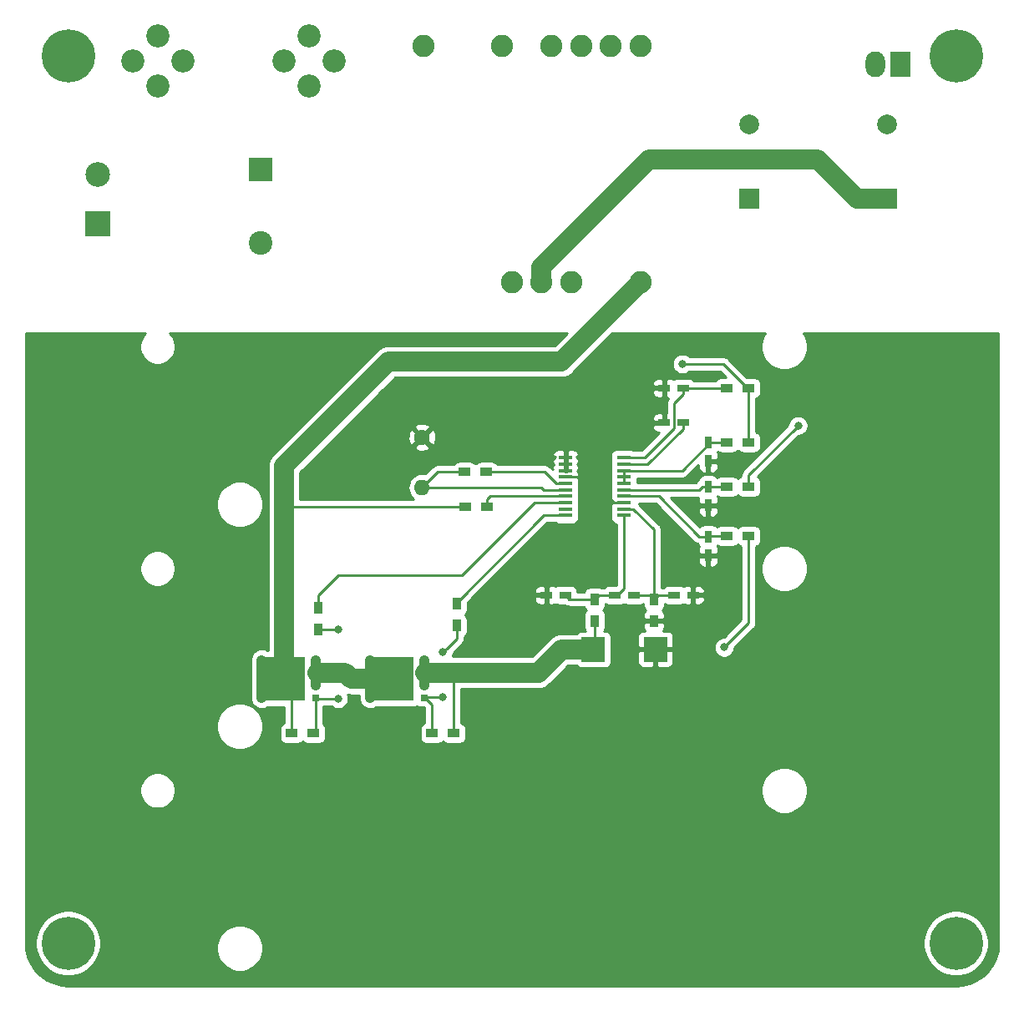
<source format=gbr>
G04 #@! TF.GenerationSoftware,KiCad,Pcbnew,6.0.0-rc1-unknown-5edf350~66~ubuntu18.10.1*
G04 #@! TF.CreationDate,2019-02-07T09:44:38-05:00
G04 #@! TF.ProjectId,UPS,5550532e-6b69-4636-9164-5f7063625858,rev?*
G04 #@! TF.SameCoordinates,Original*
G04 #@! TF.FileFunction,Copper,L2,Bot*
G04 #@! TF.FilePolarity,Positive*
%FSLAX46Y46*%
G04 Gerber Fmt 4.6, Leading zero omitted, Abs format (unit mm)*
G04 Created by KiCad (PCBNEW 6.0.0-rc1-unknown-5edf350~66~ubuntu18.10.1) date 2019-02-07 09:44:38*
%MOMM*%
%LPD*%
G04 APERTURE LIST*
%ADD10C,2.350000*%
%ADD11R,2.500000X2.500000*%
%ADD12C,2.500000*%
%ADD13C,2.400000*%
%ADD14R,2.400000X2.400000*%
%ADD15C,2.000000*%
%ADD16R,2.000000X2.000000*%
%ADD17O,2.000000X2.600000*%
%ADD18R,2.000000X2.600000*%
%ADD19C,2.250000*%
%ADD20C,0.800000*%
%ADD21C,5.400000*%
%ADD22R,0.750000X1.200000*%
%ADD23R,1.200000X0.750000*%
%ADD24R,1.200000X0.900000*%
%ADD25R,0.900000X1.200000*%
%ADD26R,2.400000X2.500000*%
%ADD27O,1.600000X1.600000*%
%ADD28C,1.600000*%
%ADD29R,1.450000X0.450000*%
%ADD30R,0.800000X0.700000*%
%ADD31R,4.290000X4.500000*%
%ADD32R,1.600000X1.550000*%
%ADD33R,1.200000X1.550000*%
%ADD34C,0.250000*%
%ADD35C,2.000000*%
%ADD36C,1.000000*%
%ADD37C,0.254000*%
G04 APERTURE END LIST*
D10*
X29460000Y-2960000D03*
X29460000Y-8040000D03*
X14140000Y-2960000D03*
X14140000Y-8040000D03*
X32000000Y-5500000D03*
X26920000Y-5500000D03*
X11600000Y-5500000D03*
X16680000Y-5500000D03*
D11*
X8000000Y-22000000D03*
D12*
X8000000Y-17000000D03*
D13*
X24500000Y-24000000D03*
D14*
X24500000Y-16500000D03*
D15*
X88000000Y-12000000D03*
D16*
X88000000Y-19500000D03*
X74000000Y-19500000D03*
D15*
X74000000Y-12000000D03*
D17*
X86860000Y-5900000D03*
D18*
X89400000Y-5900000D03*
D19*
X50000000Y-28000000D03*
X53000000Y-28000000D03*
X56000000Y-28000000D03*
X63000000Y-28000000D03*
X49000000Y-4000000D03*
X54000000Y-4000000D03*
X57000000Y-4000000D03*
X60000000Y-4000000D03*
X63000000Y-4000000D03*
X41000000Y-4000000D03*
D20*
X6431891Y-3568109D03*
X5000000Y-2975000D03*
X3568109Y-3568109D03*
X2975000Y-5000000D03*
X3568109Y-6431891D03*
X5000000Y-7025000D03*
X6431891Y-6431891D03*
X7025000Y-5000000D03*
D21*
X5000000Y-5000000D03*
X5000000Y-95000000D03*
D20*
X7025000Y-95000000D03*
X6431891Y-96431891D03*
X5000000Y-97025000D03*
X3568109Y-96431891D03*
X2975000Y-95000000D03*
X3568109Y-93568109D03*
X5000000Y-92975000D03*
X6431891Y-93568109D03*
X96431891Y-3568109D03*
X95000000Y-2975000D03*
X93568109Y-3568109D03*
X92975000Y-5000000D03*
X93568109Y-6431891D03*
X95000000Y-7025000D03*
X96431891Y-6431891D03*
X97025000Y-5000000D03*
D21*
X95000000Y-5000000D03*
X95000000Y-95000000D03*
D20*
X97025000Y-95000000D03*
X96431891Y-96431891D03*
X95000000Y-97025000D03*
X93568109Y-96431891D03*
X92975000Y-95000000D03*
X93568109Y-93568109D03*
X95000000Y-92975000D03*
X96431891Y-93568109D03*
D22*
X69883867Y-44197580D03*
X69883867Y-46097580D03*
D23*
X67333867Y-38697580D03*
X65433867Y-38697580D03*
D22*
X69883867Y-50597580D03*
X69883867Y-48697580D03*
D23*
X65433867Y-42197580D03*
X67333867Y-42197580D03*
X68333867Y-59697580D03*
X66433867Y-59697580D03*
D22*
X69883867Y-53747580D03*
X69883867Y-55647580D03*
D23*
X60433867Y-59697580D03*
X62333867Y-59697580D03*
X55383867Y-59697580D03*
X53483867Y-59697580D03*
D24*
X73983867Y-38697580D03*
X71783867Y-38697580D03*
X71783867Y-44197580D03*
X73983867Y-44197580D03*
X73983867Y-48697580D03*
X71783867Y-48697580D03*
X71783867Y-53697580D03*
X73983867Y-53697580D03*
D25*
X64383867Y-62297580D03*
X64383867Y-60097580D03*
X58383867Y-62297580D03*
X58383867Y-60097580D03*
D26*
X64533867Y-65197580D03*
X58233867Y-65197580D03*
D24*
X47383867Y-47197580D03*
X45183867Y-47197580D03*
X44083867Y-73697580D03*
X41883867Y-73697580D03*
D25*
X44383867Y-60597580D03*
X44383867Y-62797580D03*
X30383867Y-63197580D03*
X30383867Y-60997580D03*
D24*
X27683867Y-73697580D03*
X29883867Y-73697580D03*
X47483867Y-50697580D03*
X45283867Y-50697580D03*
D27*
X40883867Y-48777580D03*
D28*
X40883867Y-43697580D03*
D29*
X55433867Y-45772580D03*
X55433867Y-46422580D03*
X55433867Y-47072580D03*
X55433867Y-47722580D03*
X55433867Y-48372580D03*
X55433867Y-49022580D03*
X55433867Y-49672580D03*
X55433867Y-50322580D03*
X55433867Y-50972580D03*
X55433867Y-51622580D03*
X61333867Y-51622580D03*
X61333867Y-50972580D03*
X61333867Y-50322580D03*
X61333867Y-49672580D03*
X61333867Y-49022580D03*
X61333867Y-48372580D03*
X61333867Y-47722580D03*
X61333867Y-47072580D03*
X61333867Y-46422580D03*
X61333867Y-45772580D03*
D30*
X41133867Y-66287580D03*
X41133867Y-67557580D03*
X41133867Y-68837580D03*
X41133867Y-70107580D03*
X35633867Y-70107580D03*
X35633867Y-68837580D03*
X35633867Y-67557580D03*
X35633867Y-66287580D03*
D31*
X37883867Y-68197580D03*
D32*
X37133867Y-67107580D03*
X37133867Y-69287580D03*
D33*
X39133867Y-67107580D03*
X39133867Y-69287580D03*
X28133867Y-69287580D03*
X28133867Y-67107580D03*
D32*
X26133867Y-69287580D03*
X26133867Y-67107580D03*
D31*
X26883867Y-68197580D03*
D30*
X24633867Y-66287580D03*
X24633867Y-67557580D03*
X24633867Y-68837580D03*
X24633867Y-70107580D03*
X30133867Y-70107580D03*
X30133867Y-68837580D03*
X30133867Y-67557580D03*
X30133867Y-66287580D03*
D20*
X79000000Y-42500000D03*
X67250000Y-36250000D03*
X71500000Y-65000000D03*
X77000000Y-84500000D03*
X78000000Y-84500000D03*
X79000000Y-84500000D03*
X80000000Y-84500000D03*
X81000000Y-84500000D03*
X82000000Y-84500000D03*
X83000000Y-84500000D03*
X84000000Y-84500000D03*
X76000000Y-85500000D03*
X77000000Y-85500000D03*
X78000000Y-85500000D03*
X79000000Y-85500000D03*
X80000000Y-85500000D03*
X81000000Y-85500000D03*
X82000000Y-85500000D03*
X83000000Y-85500000D03*
X84000000Y-85500000D03*
X85000000Y-85500000D03*
X77000000Y-86500000D03*
X78000000Y-86500000D03*
X79000000Y-86500000D03*
X80000000Y-86500000D03*
X81000000Y-86500000D03*
X82000000Y-86500000D03*
X83000000Y-86500000D03*
X84000000Y-86500000D03*
X76000000Y-87500000D03*
X77000000Y-87500000D03*
X78000000Y-87500000D03*
X79000000Y-87500000D03*
X80000000Y-87500000D03*
X81000000Y-87500000D03*
X82000000Y-87500000D03*
X83000000Y-87500000D03*
X84000000Y-87500000D03*
X85000000Y-87500000D03*
X77000000Y-88500000D03*
X78000000Y-88500000D03*
X79000000Y-88500000D03*
X80000000Y-88500000D03*
X81000000Y-88500000D03*
X82000000Y-88500000D03*
X83000000Y-88500000D03*
X84000000Y-88500000D03*
X76000000Y-89500000D03*
X77000000Y-89500000D03*
X78000000Y-89500000D03*
X79000000Y-89500000D03*
X80000000Y-89500000D03*
X81000000Y-89500000D03*
X82000000Y-89500000D03*
X83000000Y-89500000D03*
X84000000Y-89500000D03*
X85000000Y-89500000D03*
X77000000Y-90500000D03*
X78000000Y-90500000D03*
X79000000Y-90500000D03*
X80000000Y-90500000D03*
X81000000Y-90500000D03*
X82000000Y-90500000D03*
X83000000Y-90500000D03*
X84000000Y-90500000D03*
X76000000Y-91500000D03*
X77000000Y-91500000D03*
X78000000Y-91500000D03*
X79000000Y-91500000D03*
X80000000Y-91500000D03*
X81000000Y-91500000D03*
X82000000Y-91500000D03*
X83000000Y-91500000D03*
X84000000Y-91500000D03*
X85000000Y-91500000D03*
X77000000Y-92500000D03*
X78000000Y-92500000D03*
X79000000Y-92500000D03*
X80000000Y-92500000D03*
X81000000Y-92500000D03*
X82000000Y-92500000D03*
X83000000Y-92500000D03*
X84000000Y-92500000D03*
X77000000Y-93500000D03*
X78000000Y-93500000D03*
X79000000Y-93500000D03*
X80000000Y-93500000D03*
X81000000Y-93500000D03*
X82000000Y-93500000D03*
X83000000Y-93500000D03*
X84000000Y-93500000D03*
X43000000Y-65499996D03*
X43000000Y-70000000D03*
X32383867Y-63197580D03*
X32383867Y-70197580D03*
D34*
X73983867Y-47516133D02*
X79000000Y-42500000D01*
X73983867Y-48697580D02*
X73983867Y-47516133D01*
X73983867Y-38697580D02*
X73983867Y-44197580D01*
X73983867Y-19516133D02*
X74000000Y-19500000D01*
X71386287Y-36250000D02*
X67250000Y-36250000D01*
X73833867Y-38697580D02*
X71386287Y-36250000D01*
X73983867Y-38697580D02*
X73833867Y-38697580D01*
X73983867Y-53697580D02*
X73983867Y-62516133D01*
X73983867Y-62516133D02*
X71500000Y-65000000D01*
X27683867Y-68997580D02*
X26883867Y-68197580D01*
X27683867Y-73697580D02*
X27683867Y-68997580D01*
D35*
X61875001Y-29124999D02*
X63000000Y-28000000D01*
X55000000Y-36000000D02*
X61875001Y-29124999D01*
X37500000Y-36000000D02*
X55000000Y-36000000D01*
X26883867Y-46616133D02*
X37500000Y-36000000D01*
D34*
X27070154Y-50697580D02*
X26883867Y-50883867D01*
X45283867Y-50697580D02*
X27070154Y-50697580D01*
D35*
X26883867Y-68197580D02*
X26883867Y-50883867D01*
X26883867Y-50883867D02*
X26883867Y-46616133D01*
D36*
X24633867Y-66287580D02*
X24633867Y-70107580D01*
X26243867Y-67557580D02*
X26883867Y-68197580D01*
X24633867Y-67557580D02*
X26243867Y-67557580D01*
D35*
X81000000Y-15500000D02*
X85000000Y-19500000D01*
X63909010Y-15500000D02*
X81000000Y-15500000D01*
X53000000Y-28000000D02*
X53000000Y-26409010D01*
X85000000Y-19500000D02*
X88000000Y-19500000D01*
X53000000Y-26409010D02*
X63909010Y-15500000D01*
D34*
X57758867Y-47722580D02*
X55433867Y-47722580D01*
X61333867Y-50322580D02*
X60358867Y-50322580D01*
X60358867Y-50322580D02*
X57758867Y-47722580D01*
X69883867Y-44422580D02*
X69883867Y-44197580D01*
X61333867Y-47072580D02*
X67233867Y-47072580D01*
X67233867Y-47072580D02*
X69883867Y-44422580D01*
X69883867Y-44197580D02*
X71783867Y-44197580D01*
X61333867Y-47072580D02*
X61333867Y-48372580D01*
X71783867Y-38697580D02*
X67333867Y-38697580D01*
X63418869Y-45772580D02*
X62308867Y-45772580D01*
X62308867Y-45772580D02*
X61333867Y-45772580D01*
X66408866Y-40247581D02*
X66408866Y-42782583D01*
X67333867Y-38697580D02*
X67333867Y-39322580D01*
X66408866Y-42782583D02*
X63418869Y-45772580D01*
X67333867Y-39322580D02*
X66408866Y-40247581D01*
X71783867Y-48697580D02*
X69883867Y-48697580D01*
X62308867Y-49022580D02*
X61333867Y-49022580D01*
X68933867Y-49022580D02*
X62308867Y-49022580D01*
X69883867Y-48697580D02*
X69258867Y-48697580D01*
X69258867Y-48697580D02*
X68933867Y-49022580D01*
X67333867Y-42822580D02*
X67333867Y-42197580D01*
X61333867Y-46422580D02*
X63733867Y-46422580D01*
X63733867Y-46422580D02*
X67333867Y-42822580D01*
X64383867Y-59247580D02*
X64383867Y-60097580D01*
X64383867Y-53047580D02*
X64383867Y-59247580D01*
X61333867Y-50972580D02*
X62308867Y-50972580D01*
X62308867Y-50972580D02*
X64383867Y-53047580D01*
X64783867Y-59697580D02*
X64383867Y-60097580D01*
X66433867Y-59697580D02*
X64783867Y-59697580D01*
X63983867Y-59697580D02*
X64383867Y-60097580D01*
X62333867Y-59697580D02*
X63983867Y-59697580D01*
X69933867Y-53697580D02*
X69883867Y-53747580D01*
X71783867Y-53697580D02*
X69933867Y-53697580D01*
X69883867Y-53747580D02*
X68933867Y-53747580D01*
X64858867Y-49672580D02*
X61333867Y-49672580D01*
X68933867Y-53747580D02*
X64858867Y-49672580D01*
X60658867Y-59697580D02*
X60433867Y-59697580D01*
X61333867Y-51622580D02*
X61333867Y-59022580D01*
X61333867Y-59022580D02*
X60658867Y-59697580D01*
X58783867Y-59697580D02*
X58383867Y-60097580D01*
X60433867Y-59697580D02*
X58783867Y-59697580D01*
X55783867Y-60097580D02*
X55383867Y-59697580D01*
X58383867Y-60097580D02*
X55783867Y-60097580D01*
X58383867Y-65047580D02*
X58233867Y-65197580D01*
X58383867Y-62297580D02*
X58383867Y-65047580D01*
D36*
X41133867Y-68837580D02*
X41133867Y-66287580D01*
D35*
X58233867Y-65197580D02*
X55033867Y-65197580D01*
X55033867Y-65197580D02*
X52673867Y-67557580D01*
D34*
X44083867Y-68083867D02*
X43557580Y-67557580D01*
D35*
X52673867Y-67557580D02*
X43557580Y-67557580D01*
D34*
X44083867Y-73697580D02*
X44083867Y-68083867D01*
D35*
X43557580Y-67557580D02*
X41228868Y-67557580D01*
D34*
X55433867Y-48372580D02*
X54458867Y-48372580D01*
X48233867Y-47197580D02*
X47383867Y-47197580D01*
X53283867Y-47197580D02*
X48233867Y-47197580D01*
X54458867Y-48372580D02*
X53283867Y-47197580D01*
X40883867Y-48777580D02*
X52963867Y-48777580D01*
X53208867Y-49022580D02*
X55433867Y-49022580D01*
X52963867Y-48777580D02*
X53208867Y-49022580D01*
X42463867Y-47197580D02*
X40883867Y-48777580D01*
X45183867Y-47197580D02*
X42463867Y-47197580D01*
X41883867Y-72997580D02*
X41883867Y-73697580D01*
X41883867Y-70807580D02*
X41883867Y-72997580D01*
X41133867Y-70107580D02*
X41183867Y-70107580D01*
X41183867Y-70107580D02*
X41883867Y-70807580D01*
X43399999Y-65099997D02*
X43000000Y-65499996D01*
X44383867Y-64116129D02*
X43399999Y-65099997D01*
X44383867Y-62797580D02*
X44383867Y-64116129D01*
X41241447Y-70000000D02*
X41133867Y-70107580D01*
X43000000Y-70000000D02*
X41241447Y-70000000D01*
X54458867Y-51622580D02*
X55433867Y-51622580D01*
X53208867Y-51622580D02*
X54458867Y-51622580D01*
X44383867Y-60597580D02*
X44383867Y-60447580D01*
X44383867Y-60447580D02*
X53208867Y-51622580D01*
X30133867Y-73447580D02*
X29883867Y-73697580D01*
X30133867Y-70107580D02*
X30133867Y-73447580D01*
X30383867Y-63197580D02*
X32383867Y-63197580D01*
X30223867Y-70197580D02*
X30133867Y-70107580D01*
X32383867Y-70197580D02*
X30223867Y-70197580D01*
X55433867Y-50322580D02*
X52258867Y-50322580D01*
X52258867Y-50322580D02*
X44883867Y-57697580D01*
X44883867Y-57697580D02*
X32383867Y-57697580D01*
X30383867Y-59697580D02*
X30383867Y-60997580D01*
X32383867Y-57697580D02*
X30383867Y-59697580D01*
X47483867Y-49997580D02*
X47483867Y-50697580D01*
X55433867Y-49672580D02*
X47808867Y-49672580D01*
X47808867Y-49672580D02*
X47483867Y-49997580D01*
D36*
X35633867Y-66287580D02*
X35633867Y-70107580D01*
X37243867Y-67557580D02*
X37883867Y-68197580D01*
X35633867Y-67557580D02*
X37243867Y-67557580D01*
X30133867Y-66287580D02*
X30133867Y-68837580D01*
D35*
X33098867Y-67557580D02*
X30228868Y-67557580D01*
X37883867Y-68197580D02*
X33738867Y-68197580D01*
X33738867Y-68197580D02*
X33098867Y-67557580D01*
D37*
G36*
X12648546Y-33333443D02*
G01*
X12448275Y-33633170D01*
X12310325Y-33966209D01*
X12240000Y-34319761D01*
X12240000Y-34680239D01*
X12310325Y-35033791D01*
X12448275Y-35366830D01*
X12648546Y-35666557D01*
X12903443Y-35921454D01*
X13203170Y-36121725D01*
X13536209Y-36259675D01*
X13889761Y-36330000D01*
X14250239Y-36330000D01*
X14603791Y-36259675D01*
X14936830Y-36121725D01*
X15236557Y-35921454D01*
X15491454Y-35666557D01*
X15691725Y-35366830D01*
X15829675Y-35033791D01*
X15900000Y-34680239D01*
X15900000Y-34319761D01*
X15829675Y-33966209D01*
X15691725Y-33633170D01*
X15491454Y-33333443D01*
X15285011Y-33127000D01*
X55560762Y-33127000D01*
X54322762Y-34365000D01*
X37580319Y-34365000D01*
X37499999Y-34357089D01*
X37419680Y-34365000D01*
X37419678Y-34365000D01*
X37179484Y-34388657D01*
X36871285Y-34482148D01*
X36587248Y-34633969D01*
X36338286Y-34838286D01*
X36287080Y-34900681D01*
X25784549Y-45403213D01*
X25722154Y-45454419D01*
X25517837Y-45703381D01*
X25366015Y-45987419D01*
X25272525Y-46295617D01*
X25240956Y-46616133D01*
X25248868Y-46696462D01*
X25248867Y-50964188D01*
X25248868Y-50964198D01*
X25248867Y-65309508D01*
X25211760Y-65309508D01*
X25070313Y-65233904D01*
X24856365Y-65169003D01*
X24633867Y-65147089D01*
X24411368Y-65169003D01*
X24197420Y-65233904D01*
X24000244Y-65339296D01*
X23989274Y-65348299D01*
X23879373Y-65407043D01*
X23782682Y-65486395D01*
X23703330Y-65583086D01*
X23644365Y-65693400D01*
X23617941Y-65780507D01*
X23580191Y-65851134D01*
X23515290Y-66065082D01*
X23498867Y-66231829D01*
X23498867Y-67501825D01*
X23493376Y-67557580D01*
X23498867Y-67613335D01*
X23498868Y-70163332D01*
X23515291Y-70330079D01*
X23580192Y-70544027D01*
X23617940Y-70614650D01*
X23644365Y-70701760D01*
X23703330Y-70812074D01*
X23782682Y-70908765D01*
X23879373Y-70988117D01*
X23989277Y-71046863D01*
X24000245Y-71055864D01*
X24197421Y-71161256D01*
X24411369Y-71226157D01*
X24633867Y-71248071D01*
X24856366Y-71226157D01*
X25070314Y-71161256D01*
X25211760Y-71085652D01*
X26923868Y-71085652D01*
X26923867Y-72632542D01*
X26839687Y-72658078D01*
X26729373Y-72717043D01*
X26632682Y-72796395D01*
X26553330Y-72893086D01*
X26494365Y-73003400D01*
X26458055Y-73123098D01*
X26445795Y-73247580D01*
X26445795Y-74147580D01*
X26458055Y-74272062D01*
X26494365Y-74391760D01*
X26553330Y-74502074D01*
X26632682Y-74598765D01*
X26729373Y-74678117D01*
X26839687Y-74737082D01*
X26959385Y-74773392D01*
X27083867Y-74785652D01*
X28283867Y-74785652D01*
X28408349Y-74773392D01*
X28528047Y-74737082D01*
X28638361Y-74678117D01*
X28735052Y-74598765D01*
X28783867Y-74539284D01*
X28832682Y-74598765D01*
X28929373Y-74678117D01*
X29039687Y-74737082D01*
X29159385Y-74773392D01*
X29283867Y-74785652D01*
X30483867Y-74785652D01*
X30608349Y-74773392D01*
X30728047Y-74737082D01*
X30838361Y-74678117D01*
X30935052Y-74598765D01*
X31014404Y-74502074D01*
X31073369Y-74391760D01*
X31109679Y-74272062D01*
X31121939Y-74147580D01*
X31121939Y-73247580D01*
X31109679Y-73123098D01*
X31073369Y-73003400D01*
X31014404Y-72893086D01*
X30935052Y-72796395D01*
X30893867Y-72762595D01*
X30893867Y-70983598D01*
X30925571Y-70957580D01*
X31680156Y-70957580D01*
X31724093Y-71001517D01*
X31893611Y-71114785D01*
X32081969Y-71192806D01*
X32281928Y-71232580D01*
X32485806Y-71232580D01*
X32685765Y-71192806D01*
X32874123Y-71114785D01*
X33043641Y-71001517D01*
X33187804Y-70857354D01*
X33301072Y-70687836D01*
X33379093Y-70499478D01*
X33418867Y-70299519D01*
X33418867Y-70095641D01*
X33379093Y-69895682D01*
X33332350Y-69782835D01*
X33418350Y-69808923D01*
X33738867Y-69840491D01*
X33819189Y-69832580D01*
X34498868Y-69832580D01*
X34498868Y-70163332D01*
X34515291Y-70330079D01*
X34580192Y-70544027D01*
X34617940Y-70614650D01*
X34644365Y-70701760D01*
X34703330Y-70812074D01*
X34782682Y-70908765D01*
X34879373Y-70988117D01*
X34989277Y-71046863D01*
X35000245Y-71055864D01*
X35197421Y-71161256D01*
X35411369Y-71226157D01*
X35633867Y-71248071D01*
X35856366Y-71226157D01*
X36070314Y-71161256D01*
X36211760Y-71085652D01*
X40028867Y-71085652D01*
X40153349Y-71073392D01*
X40273047Y-71037082D01*
X40373567Y-70983352D01*
X40379373Y-70988117D01*
X40489687Y-71047082D01*
X40609385Y-71083392D01*
X40733867Y-71095652D01*
X41097137Y-71095652D01*
X41123867Y-71122382D01*
X41123868Y-72632542D01*
X41039687Y-72658078D01*
X40929373Y-72717043D01*
X40832682Y-72796395D01*
X40753330Y-72893086D01*
X40694365Y-73003400D01*
X40658055Y-73123098D01*
X40645795Y-73247580D01*
X40645795Y-74147580D01*
X40658055Y-74272062D01*
X40694365Y-74391760D01*
X40753330Y-74502074D01*
X40832682Y-74598765D01*
X40929373Y-74678117D01*
X41039687Y-74737082D01*
X41159385Y-74773392D01*
X41283867Y-74785652D01*
X42483867Y-74785652D01*
X42608349Y-74773392D01*
X42728047Y-74737082D01*
X42838361Y-74678117D01*
X42935052Y-74598765D01*
X42983867Y-74539284D01*
X43032682Y-74598765D01*
X43129373Y-74678117D01*
X43239687Y-74737082D01*
X43359385Y-74773392D01*
X43483867Y-74785652D01*
X44683867Y-74785652D01*
X44808349Y-74773392D01*
X44928047Y-74737082D01*
X45038361Y-74678117D01*
X45135052Y-74598765D01*
X45214404Y-74502074D01*
X45273369Y-74391760D01*
X45309679Y-74272062D01*
X45321939Y-74147580D01*
X45321939Y-73247580D01*
X45309679Y-73123098D01*
X45273369Y-73003400D01*
X45214404Y-72893086D01*
X45135052Y-72796395D01*
X45038361Y-72717043D01*
X44928047Y-72658078D01*
X44843867Y-72632542D01*
X44843867Y-69192580D01*
X52593548Y-69192580D01*
X52673867Y-69200491D01*
X52754186Y-69192580D01*
X52754189Y-69192580D01*
X52994383Y-69168923D01*
X53302582Y-69075432D01*
X53586619Y-68923611D01*
X53835581Y-68719294D01*
X53886792Y-68656893D01*
X55711106Y-66832580D01*
X56528366Y-66832580D01*
X56582682Y-66898765D01*
X56679373Y-66978117D01*
X56789687Y-67037082D01*
X56909385Y-67073392D01*
X57033867Y-67085652D01*
X59433867Y-67085652D01*
X59558349Y-67073392D01*
X59678047Y-67037082D01*
X59788361Y-66978117D01*
X59885052Y-66898765D01*
X59964404Y-66802074D01*
X60023369Y-66691760D01*
X60059679Y-66572062D01*
X60071939Y-66447580D01*
X60071939Y-65483330D01*
X62698867Y-65483330D01*
X62698867Y-66510122D01*
X62723270Y-66632803D01*
X62771137Y-66748365D01*
X62840630Y-66852369D01*
X62929078Y-66940817D01*
X63033082Y-67010310D01*
X63148644Y-67058177D01*
X63271325Y-67082580D01*
X64248117Y-67082580D01*
X64406867Y-66923830D01*
X64406867Y-65324580D01*
X64660867Y-65324580D01*
X64660867Y-66923830D01*
X64819617Y-67082580D01*
X65796409Y-67082580D01*
X65919090Y-67058177D01*
X66034652Y-67010310D01*
X66138656Y-66940817D01*
X66227104Y-66852369D01*
X66296597Y-66748365D01*
X66344464Y-66632803D01*
X66368867Y-66510122D01*
X66368867Y-65483330D01*
X66210117Y-65324580D01*
X64660867Y-65324580D01*
X64406867Y-65324580D01*
X62857617Y-65324580D01*
X62698867Y-65483330D01*
X60071939Y-65483330D01*
X60071939Y-63947580D01*
X60065780Y-63885038D01*
X62698867Y-63885038D01*
X62698867Y-64911830D01*
X62857617Y-65070580D01*
X64406867Y-65070580D01*
X64406867Y-65050580D01*
X64660867Y-65050580D01*
X64660867Y-65070580D01*
X66210117Y-65070580D01*
X66368867Y-64911830D01*
X66368867Y-63885038D01*
X66344464Y-63762357D01*
X66296597Y-63646795D01*
X66227104Y-63542791D01*
X66138656Y-63454343D01*
X66034652Y-63384850D01*
X65919090Y-63336983D01*
X65796409Y-63312580D01*
X65316893Y-63312580D01*
X65327104Y-63302369D01*
X65396597Y-63198365D01*
X65444464Y-63082803D01*
X65468867Y-62960122D01*
X65468867Y-62583330D01*
X65310117Y-62424580D01*
X64510867Y-62424580D01*
X64510867Y-62444580D01*
X64256867Y-62444580D01*
X64256867Y-62424580D01*
X63457617Y-62424580D01*
X63298867Y-62583330D01*
X63298867Y-62960122D01*
X63323270Y-63082803D01*
X63371137Y-63198365D01*
X63440630Y-63302369D01*
X63450841Y-63312580D01*
X63271325Y-63312580D01*
X63148644Y-63336983D01*
X63033082Y-63384850D01*
X62929078Y-63454343D01*
X62840630Y-63542791D01*
X62771137Y-63646795D01*
X62723270Y-63762357D01*
X62698867Y-63885038D01*
X60065780Y-63885038D01*
X60059679Y-63823098D01*
X60023369Y-63703400D01*
X59964404Y-63593086D01*
X59885052Y-63496395D01*
X59788361Y-63417043D01*
X59678047Y-63358078D01*
X59558349Y-63321768D01*
X59433867Y-63309508D01*
X59317269Y-63309508D01*
X59364404Y-63252074D01*
X59423369Y-63141760D01*
X59459679Y-63022062D01*
X59471939Y-62897580D01*
X59471939Y-61697580D01*
X59459679Y-61573098D01*
X59423369Y-61453400D01*
X59364404Y-61343086D01*
X59285052Y-61246395D01*
X59225571Y-61197580D01*
X59285052Y-61148765D01*
X59364404Y-61052074D01*
X59423369Y-60941760D01*
X59459679Y-60822062D01*
X59471939Y-60697580D01*
X59471939Y-60597016D01*
X59479373Y-60603117D01*
X59589687Y-60662082D01*
X59709385Y-60698392D01*
X59833867Y-60710652D01*
X61033867Y-60710652D01*
X61158349Y-60698392D01*
X61278047Y-60662082D01*
X61383867Y-60605519D01*
X61489687Y-60662082D01*
X61609385Y-60698392D01*
X61733867Y-60710652D01*
X62933867Y-60710652D01*
X63058349Y-60698392D01*
X63178047Y-60662082D01*
X63288361Y-60603117D01*
X63295795Y-60597016D01*
X63295795Y-60697580D01*
X63308055Y-60822062D01*
X63344365Y-60941760D01*
X63403330Y-61052074D01*
X63482682Y-61148765D01*
X63540833Y-61196488D01*
X63529078Y-61204343D01*
X63440630Y-61292791D01*
X63371137Y-61396795D01*
X63323270Y-61512357D01*
X63298867Y-61635038D01*
X63298867Y-62011830D01*
X63457617Y-62170580D01*
X64256867Y-62170580D01*
X64256867Y-62150580D01*
X64510867Y-62150580D01*
X64510867Y-62170580D01*
X65310117Y-62170580D01*
X65468867Y-62011830D01*
X65468867Y-61635038D01*
X65444464Y-61512357D01*
X65396597Y-61396795D01*
X65327104Y-61292791D01*
X65238656Y-61204343D01*
X65226901Y-61196488D01*
X65285052Y-61148765D01*
X65364404Y-61052074D01*
X65423369Y-60941760D01*
X65459679Y-60822062D01*
X65471939Y-60697580D01*
X65471939Y-60597016D01*
X65479373Y-60603117D01*
X65589687Y-60662082D01*
X65709385Y-60698392D01*
X65833867Y-60710652D01*
X67033867Y-60710652D01*
X67158349Y-60698392D01*
X67278047Y-60662082D01*
X67386439Y-60604144D01*
X67433082Y-60635310D01*
X67548644Y-60683177D01*
X67671325Y-60707580D01*
X68048117Y-60707580D01*
X68206867Y-60548830D01*
X68206867Y-59824580D01*
X68460867Y-59824580D01*
X68460867Y-60548830D01*
X68619617Y-60707580D01*
X68996409Y-60707580D01*
X69119090Y-60683177D01*
X69234652Y-60635310D01*
X69338656Y-60565817D01*
X69427104Y-60477369D01*
X69496597Y-60373365D01*
X69544464Y-60257803D01*
X69568867Y-60135122D01*
X69568867Y-59983330D01*
X69410117Y-59824580D01*
X68460867Y-59824580D01*
X68206867Y-59824580D01*
X68186867Y-59824580D01*
X68186867Y-59570580D01*
X68206867Y-59570580D01*
X68206867Y-58846330D01*
X68460867Y-58846330D01*
X68460867Y-59570580D01*
X69410117Y-59570580D01*
X69568867Y-59411830D01*
X69568867Y-59260038D01*
X69544464Y-59137357D01*
X69496597Y-59021795D01*
X69427104Y-58917791D01*
X69338656Y-58829343D01*
X69234652Y-58759850D01*
X69119090Y-58711983D01*
X68996409Y-58687580D01*
X68619617Y-58687580D01*
X68460867Y-58846330D01*
X68206867Y-58846330D01*
X68048117Y-58687580D01*
X67671325Y-58687580D01*
X67548644Y-58711983D01*
X67433082Y-58759850D01*
X67386439Y-58791016D01*
X67278047Y-58733078D01*
X67158349Y-58696768D01*
X67033867Y-58684508D01*
X65833867Y-58684508D01*
X65709385Y-58696768D01*
X65589687Y-58733078D01*
X65479373Y-58792043D01*
X65382682Y-58871395D01*
X65328366Y-58937580D01*
X65143867Y-58937580D01*
X65143867Y-55933330D01*
X68873867Y-55933330D01*
X68873867Y-56310122D01*
X68898270Y-56432803D01*
X68946137Y-56548365D01*
X69015630Y-56652369D01*
X69104078Y-56740817D01*
X69208082Y-56810310D01*
X69323644Y-56858177D01*
X69446325Y-56882580D01*
X69598117Y-56882580D01*
X69756867Y-56723830D01*
X69756867Y-55774580D01*
X70010867Y-55774580D01*
X70010867Y-56723830D01*
X70169617Y-56882580D01*
X70321409Y-56882580D01*
X70444090Y-56858177D01*
X70559652Y-56810310D01*
X70663656Y-56740817D01*
X70752104Y-56652369D01*
X70821597Y-56548365D01*
X70869464Y-56432803D01*
X70893867Y-56310122D01*
X70893867Y-55933330D01*
X70735117Y-55774580D01*
X70010867Y-55774580D01*
X69756867Y-55774580D01*
X69032617Y-55774580D01*
X68873867Y-55933330D01*
X65143867Y-55933330D01*
X65143867Y-53084902D01*
X65147543Y-53047579D01*
X65143867Y-53010256D01*
X65143867Y-53010247D01*
X65132870Y-52898594D01*
X65089413Y-52755333D01*
X65057910Y-52696395D01*
X65018841Y-52623303D01*
X64947666Y-52536577D01*
X64923868Y-52507579D01*
X64894871Y-52483782D01*
X62872671Y-50461583D01*
X62848869Y-50432580D01*
X64544066Y-50432580D01*
X68370068Y-54258583D01*
X68393866Y-54287581D01*
X68509591Y-54382554D01*
X68641620Y-54453126D01*
X68784881Y-54496583D01*
X68893746Y-54507305D01*
X68919365Y-54591760D01*
X68977303Y-54700152D01*
X68946137Y-54746795D01*
X68898270Y-54862357D01*
X68873867Y-54985038D01*
X68873867Y-55361830D01*
X69032617Y-55520580D01*
X69756867Y-55520580D01*
X69756867Y-55500580D01*
X70010867Y-55500580D01*
X70010867Y-55520580D01*
X70735117Y-55520580D01*
X70893867Y-55361830D01*
X70893867Y-54985038D01*
X70869464Y-54862357D01*
X70821597Y-54746795D01*
X70790431Y-54700152D01*
X70810492Y-54662622D01*
X70829373Y-54678117D01*
X70939687Y-54737082D01*
X71059385Y-54773392D01*
X71183867Y-54785652D01*
X72383867Y-54785652D01*
X72508349Y-54773392D01*
X72628047Y-54737082D01*
X72738361Y-54678117D01*
X72835052Y-54598765D01*
X72883867Y-54539284D01*
X72932682Y-54598765D01*
X73029373Y-54678117D01*
X73139687Y-54737082D01*
X73223867Y-54762618D01*
X73223868Y-62201329D01*
X71460199Y-63965000D01*
X71398061Y-63965000D01*
X71198102Y-64004774D01*
X71009744Y-64082795D01*
X70840226Y-64196063D01*
X70696063Y-64340226D01*
X70582795Y-64509744D01*
X70504774Y-64698102D01*
X70465000Y-64898061D01*
X70465000Y-65101939D01*
X70504774Y-65301898D01*
X70582795Y-65490256D01*
X70696063Y-65659774D01*
X70840226Y-65803937D01*
X71009744Y-65917205D01*
X71198102Y-65995226D01*
X71398061Y-66035000D01*
X71601939Y-66035000D01*
X71801898Y-65995226D01*
X71990256Y-65917205D01*
X72159774Y-65803937D01*
X72303937Y-65659774D01*
X72417205Y-65490256D01*
X72495226Y-65301898D01*
X72535000Y-65101939D01*
X72535000Y-65039801D01*
X74494875Y-63079928D01*
X74523868Y-63056134D01*
X74547662Y-63027141D01*
X74547666Y-63027137D01*
X74618840Y-62940410D01*
X74618841Y-62940409D01*
X74689413Y-62808380D01*
X74732870Y-62665119D01*
X74743867Y-62553466D01*
X74743867Y-62553457D01*
X74747543Y-62516134D01*
X74743867Y-62478811D01*
X74743867Y-56767560D01*
X75240000Y-56767560D01*
X75240000Y-57232440D01*
X75330694Y-57688387D01*
X75508595Y-58117879D01*
X75766868Y-58504412D01*
X76095588Y-58833132D01*
X76482121Y-59091405D01*
X76911613Y-59269306D01*
X77367560Y-59360000D01*
X77832440Y-59360000D01*
X78288387Y-59269306D01*
X78717879Y-59091405D01*
X79104412Y-58833132D01*
X79433132Y-58504412D01*
X79691405Y-58117879D01*
X79869306Y-57688387D01*
X79960000Y-57232440D01*
X79960000Y-56767560D01*
X79869306Y-56311613D01*
X79691405Y-55882121D01*
X79433132Y-55495588D01*
X79104412Y-55166868D01*
X78717879Y-54908595D01*
X78288387Y-54730694D01*
X77832440Y-54640000D01*
X77367560Y-54640000D01*
X76911613Y-54730694D01*
X76482121Y-54908595D01*
X76095588Y-55166868D01*
X75766868Y-55495588D01*
X75508595Y-55882121D01*
X75330694Y-56311613D01*
X75240000Y-56767560D01*
X74743867Y-56767560D01*
X74743867Y-54762618D01*
X74828047Y-54737082D01*
X74938361Y-54678117D01*
X75035052Y-54598765D01*
X75114404Y-54502074D01*
X75173369Y-54391760D01*
X75209679Y-54272062D01*
X75221939Y-54147580D01*
X75221939Y-53247580D01*
X75209679Y-53123098D01*
X75173369Y-53003400D01*
X75114404Y-52893086D01*
X75035052Y-52796395D01*
X74938361Y-52717043D01*
X74828047Y-52658078D01*
X74708349Y-52621768D01*
X74583867Y-52609508D01*
X73383867Y-52609508D01*
X73259385Y-52621768D01*
X73139687Y-52658078D01*
X73029373Y-52717043D01*
X72932682Y-52796395D01*
X72883867Y-52855876D01*
X72835052Y-52796395D01*
X72738361Y-52717043D01*
X72628047Y-52658078D01*
X72508349Y-52621768D01*
X72383867Y-52609508D01*
X71183867Y-52609508D01*
X71059385Y-52621768D01*
X70939687Y-52658078D01*
X70829373Y-52717043D01*
X70768199Y-52767247D01*
X70710052Y-52696395D01*
X70613361Y-52617043D01*
X70503047Y-52558078D01*
X70383349Y-52521768D01*
X70258867Y-52509508D01*
X69508867Y-52509508D01*
X69384385Y-52521768D01*
X69264687Y-52558078D01*
X69154373Y-52617043D01*
X69057682Y-52696395D01*
X69012517Y-52751428D01*
X67144419Y-50883330D01*
X68873867Y-50883330D01*
X68873867Y-51260122D01*
X68898270Y-51382803D01*
X68946137Y-51498365D01*
X69015630Y-51602369D01*
X69104078Y-51690817D01*
X69208082Y-51760310D01*
X69323644Y-51808177D01*
X69446325Y-51832580D01*
X69598117Y-51832580D01*
X69756867Y-51673830D01*
X69756867Y-50724580D01*
X70010867Y-50724580D01*
X70010867Y-51673830D01*
X70169617Y-51832580D01*
X70321409Y-51832580D01*
X70444090Y-51808177D01*
X70559652Y-51760310D01*
X70663656Y-51690817D01*
X70752104Y-51602369D01*
X70821597Y-51498365D01*
X70869464Y-51382803D01*
X70893867Y-51260122D01*
X70893867Y-50883330D01*
X70735117Y-50724580D01*
X70010867Y-50724580D01*
X69756867Y-50724580D01*
X69032617Y-50724580D01*
X68873867Y-50883330D01*
X67144419Y-50883330D01*
X66043668Y-49782580D01*
X68896545Y-49782580D01*
X68910053Y-49783910D01*
X68898270Y-49812357D01*
X68873867Y-49935038D01*
X68873867Y-50311830D01*
X69032617Y-50470580D01*
X69756867Y-50470580D01*
X69756867Y-50450580D01*
X70010867Y-50450580D01*
X70010867Y-50470580D01*
X70735117Y-50470580D01*
X70893867Y-50311830D01*
X70893867Y-49935038D01*
X70869464Y-49812357D01*
X70821597Y-49696795D01*
X70790431Y-49650152D01*
X70791915Y-49647376D01*
X70829373Y-49678117D01*
X70939687Y-49737082D01*
X71059385Y-49773392D01*
X71183867Y-49785652D01*
X72383867Y-49785652D01*
X72508349Y-49773392D01*
X72628047Y-49737082D01*
X72738361Y-49678117D01*
X72835052Y-49598765D01*
X72883867Y-49539284D01*
X72932682Y-49598765D01*
X73029373Y-49678117D01*
X73139687Y-49737082D01*
X73259385Y-49773392D01*
X73383867Y-49785652D01*
X74583867Y-49785652D01*
X74708349Y-49773392D01*
X74828047Y-49737082D01*
X74938361Y-49678117D01*
X75035052Y-49598765D01*
X75114404Y-49502074D01*
X75173369Y-49391760D01*
X75209679Y-49272062D01*
X75221939Y-49147580D01*
X75221939Y-48247580D01*
X75209679Y-48123098D01*
X75173369Y-48003400D01*
X75114404Y-47893086D01*
X75035052Y-47796395D01*
X74938361Y-47717043D01*
X74885835Y-47688967D01*
X79039802Y-43535000D01*
X79101939Y-43535000D01*
X79301898Y-43495226D01*
X79490256Y-43417205D01*
X79659774Y-43303937D01*
X79803937Y-43159774D01*
X79917205Y-42990256D01*
X79995226Y-42801898D01*
X80035000Y-42601939D01*
X80035000Y-42398061D01*
X79995226Y-42198102D01*
X79917205Y-42009744D01*
X79803937Y-41840226D01*
X79659774Y-41696063D01*
X79490256Y-41582795D01*
X79301898Y-41504774D01*
X79101939Y-41465000D01*
X78898061Y-41465000D01*
X78698102Y-41504774D01*
X78509744Y-41582795D01*
X78340226Y-41696063D01*
X78196063Y-41840226D01*
X78082795Y-42009744D01*
X78004774Y-42198102D01*
X77965000Y-42398061D01*
X77965000Y-42460198D01*
X73472865Y-46952334D01*
X73443867Y-46976132D01*
X73420069Y-47005130D01*
X73420068Y-47005131D01*
X73348893Y-47091857D01*
X73278321Y-47223887D01*
X73252753Y-47308177D01*
X73241109Y-47346565D01*
X73234865Y-47367148D01*
X73220191Y-47516133D01*
X73223868Y-47553465D01*
X73223868Y-47632542D01*
X73139687Y-47658078D01*
X73029373Y-47717043D01*
X72932682Y-47796395D01*
X72883867Y-47855876D01*
X72835052Y-47796395D01*
X72738361Y-47717043D01*
X72628047Y-47658078D01*
X72508349Y-47621768D01*
X72383867Y-47609508D01*
X71183867Y-47609508D01*
X71059385Y-47621768D01*
X70939687Y-47658078D01*
X70829373Y-47717043D01*
X70791915Y-47747784D01*
X70789404Y-47743086D01*
X70710052Y-47646395D01*
X70613361Y-47567043D01*
X70503047Y-47508078D01*
X70383349Y-47471768D01*
X70258867Y-47459508D01*
X69508867Y-47459508D01*
X69384385Y-47471768D01*
X69264687Y-47508078D01*
X69154373Y-47567043D01*
X69057682Y-47646395D01*
X68978330Y-47743086D01*
X68919365Y-47853400D01*
X68883055Y-47973098D01*
X68876443Y-48040235D01*
X68834591Y-48062606D01*
X68718866Y-48157579D01*
X68695067Y-48186578D01*
X68619065Y-48262580D01*
X62696939Y-48262580D01*
X62696939Y-48147580D01*
X62687090Y-48047580D01*
X62696939Y-47947580D01*
X62696939Y-47832580D01*
X67196545Y-47832580D01*
X67233867Y-47836256D01*
X67271189Y-47832580D01*
X67271200Y-47832580D01*
X67382853Y-47821583D01*
X67526114Y-47778126D01*
X67658143Y-47707554D01*
X67773868Y-47612581D01*
X67797671Y-47583577D01*
X68873867Y-46507381D01*
X68873867Y-46760122D01*
X68898270Y-46882803D01*
X68946137Y-46998365D01*
X69015630Y-47102369D01*
X69104078Y-47190817D01*
X69208082Y-47260310D01*
X69323644Y-47308177D01*
X69446325Y-47332580D01*
X69598117Y-47332580D01*
X69756867Y-47173830D01*
X69756867Y-46224580D01*
X70010867Y-46224580D01*
X70010867Y-47173830D01*
X70169617Y-47332580D01*
X70321409Y-47332580D01*
X70444090Y-47308177D01*
X70559652Y-47260310D01*
X70663656Y-47190817D01*
X70752104Y-47102369D01*
X70821597Y-46998365D01*
X70869464Y-46882803D01*
X70893867Y-46760122D01*
X70893867Y-46383330D01*
X70735117Y-46224580D01*
X70010867Y-46224580D01*
X69756867Y-46224580D01*
X69736867Y-46224580D01*
X69736867Y-45970580D01*
X69756867Y-45970580D01*
X69756867Y-45950580D01*
X70010867Y-45950580D01*
X70010867Y-45970580D01*
X70735117Y-45970580D01*
X70893867Y-45811830D01*
X70893867Y-45435038D01*
X70869464Y-45312357D01*
X70821597Y-45196795D01*
X70790431Y-45150152D01*
X70791915Y-45147376D01*
X70829373Y-45178117D01*
X70939687Y-45237082D01*
X71059385Y-45273392D01*
X71183867Y-45285652D01*
X72383867Y-45285652D01*
X72508349Y-45273392D01*
X72628047Y-45237082D01*
X72738361Y-45178117D01*
X72835052Y-45098765D01*
X72883867Y-45039284D01*
X72932682Y-45098765D01*
X73029373Y-45178117D01*
X73139687Y-45237082D01*
X73259385Y-45273392D01*
X73383867Y-45285652D01*
X74583867Y-45285652D01*
X74708349Y-45273392D01*
X74828047Y-45237082D01*
X74938361Y-45178117D01*
X75035052Y-45098765D01*
X75114404Y-45002074D01*
X75173369Y-44891760D01*
X75209679Y-44772062D01*
X75221939Y-44647580D01*
X75221939Y-43747580D01*
X75209679Y-43623098D01*
X75173369Y-43503400D01*
X75114404Y-43393086D01*
X75035052Y-43296395D01*
X74938361Y-43217043D01*
X74828047Y-43158078D01*
X74743867Y-43132542D01*
X74743867Y-39762618D01*
X74828047Y-39737082D01*
X74938361Y-39678117D01*
X75035052Y-39598765D01*
X75114404Y-39502074D01*
X75173369Y-39391760D01*
X75209679Y-39272062D01*
X75221939Y-39147580D01*
X75221939Y-38247580D01*
X75209679Y-38123098D01*
X75173369Y-38003400D01*
X75114404Y-37893086D01*
X75035052Y-37796395D01*
X74938361Y-37717043D01*
X74828047Y-37658078D01*
X74708349Y-37621768D01*
X74583867Y-37609508D01*
X73820597Y-37609508D01*
X71950091Y-35739003D01*
X71926288Y-35709999D01*
X71810563Y-35615026D01*
X71678534Y-35544454D01*
X71535273Y-35500997D01*
X71423620Y-35490000D01*
X71423609Y-35490000D01*
X71386287Y-35486324D01*
X71348965Y-35490000D01*
X67953711Y-35490000D01*
X67909774Y-35446063D01*
X67740256Y-35332795D01*
X67551898Y-35254774D01*
X67351939Y-35215000D01*
X67148061Y-35215000D01*
X66948102Y-35254774D01*
X66759744Y-35332795D01*
X66590226Y-35446063D01*
X66446063Y-35590226D01*
X66332795Y-35759744D01*
X66254774Y-35948102D01*
X66215000Y-36148061D01*
X66215000Y-36351939D01*
X66254774Y-36551898D01*
X66332795Y-36740256D01*
X66446063Y-36909774D01*
X66590226Y-37053937D01*
X66759744Y-37167205D01*
X66948102Y-37245226D01*
X67148061Y-37285000D01*
X67351939Y-37285000D01*
X67551898Y-37245226D01*
X67740256Y-37167205D01*
X67909774Y-37053937D01*
X67953711Y-37010000D01*
X71071486Y-37010000D01*
X71670994Y-37609508D01*
X71183867Y-37609508D01*
X71059385Y-37621768D01*
X70939687Y-37658078D01*
X70829373Y-37717043D01*
X70732682Y-37796395D01*
X70653330Y-37893086D01*
X70629547Y-37937580D01*
X68439368Y-37937580D01*
X68385052Y-37871395D01*
X68288361Y-37792043D01*
X68178047Y-37733078D01*
X68058349Y-37696768D01*
X67933867Y-37684508D01*
X66733867Y-37684508D01*
X66609385Y-37696768D01*
X66489687Y-37733078D01*
X66381295Y-37791016D01*
X66334652Y-37759850D01*
X66219090Y-37711983D01*
X66096409Y-37687580D01*
X65719617Y-37687580D01*
X65560867Y-37846330D01*
X65560867Y-38570580D01*
X65580867Y-38570580D01*
X65580867Y-38824580D01*
X65560867Y-38824580D01*
X65560867Y-39548830D01*
X65719617Y-39707580D01*
X65868865Y-39707580D01*
X65814855Y-39773392D01*
X65773892Y-39823305D01*
X65703321Y-39955334D01*
X65703320Y-39955335D01*
X65659863Y-40098596D01*
X65648866Y-40210249D01*
X65648866Y-40210259D01*
X65645190Y-40247581D01*
X65648866Y-40284904D01*
X65648866Y-41258331D01*
X65560867Y-41346330D01*
X65560867Y-42070580D01*
X65580867Y-42070580D01*
X65580867Y-42324580D01*
X65560867Y-42324580D01*
X65560867Y-42344580D01*
X65306867Y-42344580D01*
X65306867Y-42324580D01*
X64357617Y-42324580D01*
X64198867Y-42483330D01*
X64198867Y-42635122D01*
X64223270Y-42757803D01*
X64271137Y-42873365D01*
X64340630Y-42977369D01*
X64429078Y-43065817D01*
X64533082Y-43135310D01*
X64648644Y-43183177D01*
X64771325Y-43207580D01*
X64909067Y-43207580D01*
X63104068Y-45012580D01*
X62405011Y-45012580D01*
X62303047Y-44958078D01*
X62183349Y-44921768D01*
X62058867Y-44909508D01*
X60608867Y-44909508D01*
X60484385Y-44921768D01*
X60364687Y-44958078D01*
X60254373Y-45017043D01*
X60157682Y-45096395D01*
X60078330Y-45193086D01*
X60019365Y-45303400D01*
X59983055Y-45423098D01*
X59970795Y-45547580D01*
X59970795Y-45997580D01*
X59980644Y-46097580D01*
X59970795Y-46197580D01*
X59970795Y-46647580D01*
X59980644Y-46747580D01*
X59970795Y-46847580D01*
X59970795Y-47297580D01*
X59980644Y-47397580D01*
X59970795Y-47497580D01*
X59970795Y-47947580D01*
X59980644Y-48047580D01*
X59970795Y-48147580D01*
X59970795Y-48597580D01*
X59980644Y-48697580D01*
X59970795Y-48797580D01*
X59970795Y-49247580D01*
X59980644Y-49347580D01*
X59970795Y-49447580D01*
X59970795Y-49897580D01*
X59980867Y-49999847D01*
X59973867Y-50035038D01*
X59973867Y-50051330D01*
X59999800Y-50077263D01*
X60019365Y-50141760D01*
X60078330Y-50252074D01*
X60136193Y-50322580D01*
X60078330Y-50393086D01*
X60019365Y-50503400D01*
X59999800Y-50567897D01*
X59973867Y-50593830D01*
X59973867Y-50610122D01*
X59980867Y-50645313D01*
X59970795Y-50747580D01*
X59970795Y-51197580D01*
X59980644Y-51297580D01*
X59970795Y-51397580D01*
X59970795Y-51847580D01*
X59983055Y-51972062D01*
X60019365Y-52091760D01*
X60078330Y-52202074D01*
X60157682Y-52298765D01*
X60254373Y-52378117D01*
X60364687Y-52437082D01*
X60484385Y-52473392D01*
X60573867Y-52482205D01*
X60573868Y-58684508D01*
X59833867Y-58684508D01*
X59709385Y-58696768D01*
X59589687Y-58733078D01*
X59479373Y-58792043D01*
X59382682Y-58871395D01*
X59328366Y-58937580D01*
X59133240Y-58937580D01*
X59078047Y-58908078D01*
X58958349Y-58871768D01*
X58833867Y-58859508D01*
X57933867Y-58859508D01*
X57809385Y-58871768D01*
X57689687Y-58908078D01*
X57579373Y-58967043D01*
X57482682Y-59046395D01*
X57403330Y-59143086D01*
X57344365Y-59253400D01*
X57318829Y-59337580D01*
X56621939Y-59337580D01*
X56621939Y-59322580D01*
X56609679Y-59198098D01*
X56573369Y-59078400D01*
X56514404Y-58968086D01*
X56435052Y-58871395D01*
X56338361Y-58792043D01*
X56228047Y-58733078D01*
X56108349Y-58696768D01*
X55983867Y-58684508D01*
X54783867Y-58684508D01*
X54659385Y-58696768D01*
X54539687Y-58733078D01*
X54431295Y-58791016D01*
X54384652Y-58759850D01*
X54269090Y-58711983D01*
X54146409Y-58687580D01*
X53769617Y-58687580D01*
X53610867Y-58846330D01*
X53610867Y-59570580D01*
X53630867Y-59570580D01*
X53630867Y-59824580D01*
X53610867Y-59824580D01*
X53610867Y-60548830D01*
X53769617Y-60707580D01*
X54146409Y-60707580D01*
X54269090Y-60683177D01*
X54384652Y-60635310D01*
X54431295Y-60604144D01*
X54539687Y-60662082D01*
X54659385Y-60698392D01*
X54783867Y-60710652D01*
X55332903Y-60710652D01*
X55359591Y-60732554D01*
X55491620Y-60803126D01*
X55634881Y-60846583D01*
X55746534Y-60857580D01*
X55746543Y-60857580D01*
X55783866Y-60861256D01*
X55821189Y-60857580D01*
X57318829Y-60857580D01*
X57344365Y-60941760D01*
X57403330Y-61052074D01*
X57482682Y-61148765D01*
X57542163Y-61197580D01*
X57482682Y-61246395D01*
X57403330Y-61343086D01*
X57344365Y-61453400D01*
X57308055Y-61573098D01*
X57295795Y-61697580D01*
X57295795Y-62897580D01*
X57308055Y-63022062D01*
X57344365Y-63141760D01*
X57403330Y-63252074D01*
X57450465Y-63309508D01*
X57033867Y-63309508D01*
X56909385Y-63321768D01*
X56789687Y-63358078D01*
X56679373Y-63417043D01*
X56582682Y-63496395D01*
X56528366Y-63562580D01*
X55114186Y-63562580D01*
X55033866Y-63554669D01*
X54953547Y-63562580D01*
X54953545Y-63562580D01*
X54713351Y-63586237D01*
X54405152Y-63679728D01*
X54121115Y-63831549D01*
X53872153Y-64035866D01*
X53820947Y-64098262D01*
X51996629Y-65922580D01*
X43945236Y-65922580D01*
X43995226Y-65801894D01*
X44035000Y-65601935D01*
X44035000Y-65539797D01*
X44894875Y-64679924D01*
X44923868Y-64656130D01*
X44947662Y-64627137D01*
X44947666Y-64627133D01*
X45018840Y-64540406D01*
X45018841Y-64540405D01*
X45089413Y-64408376D01*
X45132870Y-64265115D01*
X45143867Y-64153462D01*
X45143867Y-64153453D01*
X45147543Y-64116130D01*
X45143867Y-64078807D01*
X45143867Y-63951900D01*
X45188361Y-63928117D01*
X45285052Y-63848765D01*
X45364404Y-63752074D01*
X45423369Y-63641760D01*
X45459679Y-63522062D01*
X45471939Y-63397580D01*
X45471939Y-62197580D01*
X45459679Y-62073098D01*
X45423369Y-61953400D01*
X45364404Y-61843086D01*
X45285052Y-61746395D01*
X45225571Y-61697580D01*
X45285052Y-61648765D01*
X45364404Y-61552074D01*
X45423369Y-61441760D01*
X45459679Y-61322062D01*
X45471939Y-61197580D01*
X45471939Y-60434309D01*
X45922918Y-59983330D01*
X52248867Y-59983330D01*
X52248867Y-60135122D01*
X52273270Y-60257803D01*
X52321137Y-60373365D01*
X52390630Y-60477369D01*
X52479078Y-60565817D01*
X52583082Y-60635310D01*
X52698644Y-60683177D01*
X52821325Y-60707580D01*
X53198117Y-60707580D01*
X53356867Y-60548830D01*
X53356867Y-59824580D01*
X52407617Y-59824580D01*
X52248867Y-59983330D01*
X45922918Y-59983330D01*
X46646210Y-59260038D01*
X52248867Y-59260038D01*
X52248867Y-59411830D01*
X52407617Y-59570580D01*
X53356867Y-59570580D01*
X53356867Y-58846330D01*
X53198117Y-58687580D01*
X52821325Y-58687580D01*
X52698644Y-58711983D01*
X52583082Y-58759850D01*
X52479078Y-58829343D01*
X52390630Y-58917791D01*
X52321137Y-59021795D01*
X52273270Y-59137357D01*
X52248867Y-59260038D01*
X46646210Y-59260038D01*
X53523669Y-52382580D01*
X54362723Y-52382580D01*
X54464687Y-52437082D01*
X54584385Y-52473392D01*
X54708867Y-52485652D01*
X56158867Y-52485652D01*
X56283349Y-52473392D01*
X56403047Y-52437082D01*
X56513361Y-52378117D01*
X56610052Y-52298765D01*
X56689404Y-52202074D01*
X56748369Y-52091760D01*
X56784679Y-51972062D01*
X56796939Y-51847580D01*
X56796939Y-51397580D01*
X56787090Y-51297580D01*
X56796939Y-51197580D01*
X56796939Y-50747580D01*
X56787090Y-50647580D01*
X56796939Y-50547580D01*
X56796939Y-50097580D01*
X56787090Y-49997580D01*
X56796939Y-49897580D01*
X56796939Y-49447580D01*
X56787090Y-49347580D01*
X56796939Y-49247580D01*
X56796939Y-48797580D01*
X56787090Y-48697580D01*
X56796939Y-48597580D01*
X56796939Y-48147580D01*
X56786867Y-48045313D01*
X56793867Y-48010122D01*
X56793867Y-47993830D01*
X56767934Y-47967897D01*
X56748369Y-47903400D01*
X56689404Y-47793086D01*
X56631700Y-47722773D01*
X56652104Y-47702369D01*
X56721597Y-47598365D01*
X56769464Y-47482803D01*
X56771220Y-47473977D01*
X56793867Y-47451330D01*
X56793867Y-47435038D01*
X56786416Y-47397580D01*
X56793867Y-47360122D01*
X56793867Y-47343830D01*
X56771220Y-47321183D01*
X56769464Y-47312357D01*
X56721597Y-47196795D01*
X56652104Y-47092791D01*
X56631893Y-47072580D01*
X56652104Y-47052369D01*
X56721597Y-46948365D01*
X56769464Y-46832803D01*
X56771220Y-46823977D01*
X56793867Y-46801330D01*
X56793867Y-46785038D01*
X56786416Y-46747580D01*
X56793867Y-46710122D01*
X56793867Y-46693830D01*
X56771220Y-46671183D01*
X56769464Y-46662357D01*
X56721597Y-46546795D01*
X56652104Y-46442791D01*
X56631893Y-46422580D01*
X56652104Y-46402369D01*
X56721597Y-46298365D01*
X56769464Y-46182803D01*
X56771220Y-46173977D01*
X56793867Y-46151330D01*
X56793867Y-46135038D01*
X56786416Y-46097580D01*
X56793867Y-46060122D01*
X56793867Y-46043830D01*
X56771220Y-46021183D01*
X56769464Y-46012357D01*
X56721597Y-45896795D01*
X56652104Y-45792791D01*
X56563656Y-45704343D01*
X56497411Y-45660080D01*
X56635117Y-45660080D01*
X56793867Y-45501330D01*
X56793867Y-45485038D01*
X56769464Y-45362357D01*
X56721597Y-45246795D01*
X56652104Y-45142791D01*
X56563656Y-45054343D01*
X56459652Y-44984850D01*
X56344090Y-44936983D01*
X56221409Y-44912580D01*
X55719617Y-44912580D01*
X55560867Y-45071330D01*
X55560867Y-45660080D01*
X55622117Y-45660080D01*
X55560867Y-45721330D01*
X55560867Y-47219580D01*
X55306867Y-47219580D01*
X55306867Y-45721330D01*
X55245617Y-45660080D01*
X55306867Y-45660080D01*
X55306867Y-45071330D01*
X55148117Y-44912580D01*
X54646325Y-44912580D01*
X54523644Y-44936983D01*
X54408082Y-44984850D01*
X54304078Y-45054343D01*
X54215630Y-45142791D01*
X54146137Y-45246795D01*
X54098270Y-45362357D01*
X54073867Y-45485038D01*
X54073867Y-45501330D01*
X54232617Y-45660080D01*
X54370323Y-45660080D01*
X54304078Y-45704343D01*
X54215630Y-45792791D01*
X54146137Y-45896795D01*
X54098270Y-46012357D01*
X54096514Y-46021183D01*
X54073867Y-46043830D01*
X54073867Y-46060122D01*
X54081318Y-46097580D01*
X54073867Y-46135038D01*
X54073867Y-46151330D01*
X54096514Y-46173977D01*
X54098270Y-46182803D01*
X54146137Y-46298365D01*
X54215630Y-46402369D01*
X54235841Y-46422580D01*
X54215630Y-46442791D01*
X54146137Y-46546795D01*
X54098270Y-46662357D01*
X54096514Y-46671183D01*
X54073867Y-46693830D01*
X54073867Y-46710122D01*
X54081318Y-46747580D01*
X54073867Y-46785038D01*
X54073867Y-46801330D01*
X54096514Y-46823977D01*
X54098270Y-46832803D01*
X54144983Y-46945578D01*
X54106667Y-46945578D01*
X53847671Y-46686583D01*
X53823868Y-46657579D01*
X53708143Y-46562606D01*
X53576114Y-46492034D01*
X53432853Y-46448577D01*
X53321200Y-46437580D01*
X53321189Y-46437580D01*
X53283867Y-46433904D01*
X53246545Y-46437580D01*
X48538187Y-46437580D01*
X48514404Y-46393086D01*
X48435052Y-46296395D01*
X48338361Y-46217043D01*
X48228047Y-46158078D01*
X48108349Y-46121768D01*
X47983867Y-46109508D01*
X46783867Y-46109508D01*
X46659385Y-46121768D01*
X46539687Y-46158078D01*
X46429373Y-46217043D01*
X46332682Y-46296395D01*
X46283867Y-46355876D01*
X46235052Y-46296395D01*
X46138361Y-46217043D01*
X46028047Y-46158078D01*
X45908349Y-46121768D01*
X45783867Y-46109508D01*
X44583867Y-46109508D01*
X44459385Y-46121768D01*
X44339687Y-46158078D01*
X44229373Y-46217043D01*
X44132682Y-46296395D01*
X44053330Y-46393086D01*
X44029547Y-46437580D01*
X42501189Y-46437580D01*
X42463866Y-46433904D01*
X42426543Y-46437580D01*
X42426534Y-46437580D01*
X42314881Y-46448577D01*
X42171620Y-46492034D01*
X42039591Y-46562606D01*
X42039589Y-46562607D01*
X42039590Y-46562607D01*
X41952863Y-46633781D01*
X41952859Y-46633785D01*
X41923866Y-46657579D01*
X41900072Y-46686572D01*
X41209773Y-47376872D01*
X41165176Y-47363344D01*
X40954359Y-47342580D01*
X40813375Y-47342580D01*
X40602558Y-47363344D01*
X40332059Y-47445398D01*
X40082766Y-47578648D01*
X39864259Y-47757972D01*
X39684935Y-47976479D01*
X39551685Y-48225772D01*
X39469631Y-48496271D01*
X39441924Y-48777580D01*
X39469631Y-49058889D01*
X39551685Y-49329388D01*
X39684935Y-49578681D01*
X39864259Y-49797188D01*
X40035327Y-49937580D01*
X28518867Y-49937580D01*
X28518867Y-47293371D01*
X31121956Y-44690282D01*
X40070770Y-44690282D01*
X40142353Y-44934251D01*
X40397863Y-45055151D01*
X40672051Y-45123880D01*
X40954379Y-45137797D01*
X41233997Y-45096367D01*
X41500159Y-45001183D01*
X41625381Y-44934251D01*
X41696964Y-44690282D01*
X40883867Y-43877185D01*
X40070770Y-44690282D01*
X31121956Y-44690282D01*
X32044146Y-43768092D01*
X39443650Y-43768092D01*
X39485080Y-44047710D01*
X39580264Y-44313872D01*
X39647196Y-44439094D01*
X39891165Y-44510677D01*
X40704262Y-43697580D01*
X41063472Y-43697580D01*
X41876569Y-44510677D01*
X42120538Y-44439094D01*
X42241438Y-44183584D01*
X42310167Y-43909396D01*
X42324084Y-43627068D01*
X42282654Y-43347450D01*
X42187470Y-43081288D01*
X42120538Y-42956066D01*
X41876569Y-42884483D01*
X41063472Y-43697580D01*
X40704262Y-43697580D01*
X39891165Y-42884483D01*
X39647196Y-42956066D01*
X39526296Y-43211576D01*
X39457567Y-43485764D01*
X39443650Y-43768092D01*
X32044146Y-43768092D01*
X33107360Y-42704878D01*
X40070770Y-42704878D01*
X40883867Y-43517975D01*
X41696964Y-42704878D01*
X41625381Y-42460909D01*
X41369871Y-42340009D01*
X41095683Y-42271280D01*
X40813355Y-42257363D01*
X40533737Y-42298793D01*
X40267575Y-42393977D01*
X40142353Y-42460909D01*
X40070770Y-42704878D01*
X33107360Y-42704878D01*
X34052200Y-41760038D01*
X64198867Y-41760038D01*
X64198867Y-41911830D01*
X64357617Y-42070580D01*
X65306867Y-42070580D01*
X65306867Y-41346330D01*
X65148117Y-41187580D01*
X64771325Y-41187580D01*
X64648644Y-41211983D01*
X64533082Y-41259850D01*
X64429078Y-41329343D01*
X64340630Y-41417791D01*
X64271137Y-41521795D01*
X64223270Y-41637357D01*
X64198867Y-41760038D01*
X34052200Y-41760038D01*
X36828908Y-38983330D01*
X64198867Y-38983330D01*
X64198867Y-39135122D01*
X64223270Y-39257803D01*
X64271137Y-39373365D01*
X64340630Y-39477369D01*
X64429078Y-39565817D01*
X64533082Y-39635310D01*
X64648644Y-39683177D01*
X64771325Y-39707580D01*
X65148117Y-39707580D01*
X65306867Y-39548830D01*
X65306867Y-38824580D01*
X64357617Y-38824580D01*
X64198867Y-38983330D01*
X36828908Y-38983330D01*
X37552200Y-38260038D01*
X64198867Y-38260038D01*
X64198867Y-38411830D01*
X64357617Y-38570580D01*
X65306867Y-38570580D01*
X65306867Y-37846330D01*
X65148117Y-37687580D01*
X64771325Y-37687580D01*
X64648644Y-37711983D01*
X64533082Y-37759850D01*
X64429078Y-37829343D01*
X64340630Y-37917791D01*
X64271137Y-38021795D01*
X64223270Y-38137357D01*
X64198867Y-38260038D01*
X37552200Y-38260038D01*
X38177239Y-37635000D01*
X54919681Y-37635000D01*
X55000000Y-37642911D01*
X55080319Y-37635000D01*
X55080322Y-37635000D01*
X55320516Y-37611343D01*
X55628715Y-37517852D01*
X55912752Y-37366031D01*
X56161714Y-37161714D01*
X56212925Y-37099313D01*
X60185239Y-33127000D01*
X75679061Y-33127000D01*
X75508595Y-33382121D01*
X75330694Y-33811613D01*
X75240000Y-34267560D01*
X75240000Y-34732440D01*
X75330694Y-35188387D01*
X75508595Y-35617879D01*
X75766868Y-36004412D01*
X76095588Y-36333132D01*
X76482121Y-36591405D01*
X76911613Y-36769306D01*
X77367560Y-36860000D01*
X77832440Y-36860000D01*
X78288387Y-36769306D01*
X78717879Y-36591405D01*
X79104412Y-36333132D01*
X79433132Y-36004412D01*
X79691405Y-35617879D01*
X79869306Y-35188387D01*
X79960000Y-34732440D01*
X79960000Y-34267560D01*
X79869306Y-33811613D01*
X79691405Y-33382121D01*
X79520939Y-33127000D01*
X99305000Y-33127000D01*
X99305001Y-94969032D01*
X99234243Y-95761862D01*
X99032411Y-96499637D01*
X98703116Y-97190018D01*
X98256775Y-97811168D01*
X97707483Y-98343469D01*
X97072617Y-98770080D01*
X96372240Y-99077525D01*
X95623140Y-99257368D01*
X94974510Y-99305000D01*
X5030957Y-99305000D01*
X4238138Y-99234243D01*
X3500363Y-99032411D01*
X2809982Y-98703116D01*
X2188832Y-98256775D01*
X1656531Y-97707483D01*
X1229920Y-97072617D01*
X922475Y-96372240D01*
X742632Y-95623140D01*
X695000Y-94974510D01*
X695000Y-94671531D01*
X1665000Y-94671531D01*
X1665000Y-95328469D01*
X1793162Y-95972784D01*
X2044561Y-96579715D01*
X2409536Y-97125939D01*
X2874061Y-97590464D01*
X3420285Y-97955439D01*
X4027216Y-98206838D01*
X4671531Y-98335000D01*
X5328469Y-98335000D01*
X5972784Y-98206838D01*
X6579715Y-97955439D01*
X7125939Y-97590464D01*
X7590464Y-97125939D01*
X7955439Y-96579715D01*
X8206838Y-95972784D01*
X8335000Y-95328469D01*
X8335000Y-95267560D01*
X20040000Y-95267560D01*
X20040000Y-95732440D01*
X20130694Y-96188387D01*
X20308595Y-96617879D01*
X20566868Y-97004412D01*
X20895588Y-97333132D01*
X21282121Y-97591405D01*
X21711613Y-97769306D01*
X22167560Y-97860000D01*
X22632440Y-97860000D01*
X23088387Y-97769306D01*
X23517879Y-97591405D01*
X23904412Y-97333132D01*
X24233132Y-97004412D01*
X24491405Y-96617879D01*
X24669306Y-96188387D01*
X24760000Y-95732440D01*
X24760000Y-95267560D01*
X24669306Y-94811613D01*
X24611283Y-94671531D01*
X91665000Y-94671531D01*
X91665000Y-95328469D01*
X91793162Y-95972784D01*
X92044561Y-96579715D01*
X92409536Y-97125939D01*
X92874061Y-97590464D01*
X93420285Y-97955439D01*
X94027216Y-98206838D01*
X94671531Y-98335000D01*
X95328469Y-98335000D01*
X95972784Y-98206838D01*
X96579715Y-97955439D01*
X97125939Y-97590464D01*
X97590464Y-97125939D01*
X97955439Y-96579715D01*
X98206838Y-95972784D01*
X98335000Y-95328469D01*
X98335000Y-94671531D01*
X98206838Y-94027216D01*
X97955439Y-93420285D01*
X97590464Y-92874061D01*
X97125939Y-92409536D01*
X96579715Y-92044561D01*
X95972784Y-91793162D01*
X95328469Y-91665000D01*
X94671531Y-91665000D01*
X94027216Y-91793162D01*
X93420285Y-92044561D01*
X92874061Y-92409536D01*
X92409536Y-92874061D01*
X92044561Y-93420285D01*
X91793162Y-94027216D01*
X91665000Y-94671531D01*
X24611283Y-94671531D01*
X24491405Y-94382121D01*
X24233132Y-93995588D01*
X23904412Y-93666868D01*
X23517879Y-93408595D01*
X23088387Y-93230694D01*
X22632440Y-93140000D01*
X22167560Y-93140000D01*
X21711613Y-93230694D01*
X21282121Y-93408595D01*
X20895588Y-93666868D01*
X20566868Y-93995588D01*
X20308595Y-94382121D01*
X20130694Y-94811613D01*
X20040000Y-95267560D01*
X8335000Y-95267560D01*
X8335000Y-94671531D01*
X8206838Y-94027216D01*
X7955439Y-93420285D01*
X7590464Y-92874061D01*
X7125939Y-92409536D01*
X6579715Y-92044561D01*
X5972784Y-91793162D01*
X5328469Y-91665000D01*
X4671531Y-91665000D01*
X4027216Y-91793162D01*
X3420285Y-92044561D01*
X2874061Y-92409536D01*
X2409536Y-92874061D01*
X2044561Y-93420285D01*
X1793162Y-94027216D01*
X1665000Y-94671531D01*
X695000Y-94671531D01*
X695000Y-79319761D01*
X12240000Y-79319761D01*
X12240000Y-79680239D01*
X12310325Y-80033791D01*
X12448275Y-80366830D01*
X12648546Y-80666557D01*
X12903443Y-80921454D01*
X13203170Y-81121725D01*
X13536209Y-81259675D01*
X13889761Y-81330000D01*
X14250239Y-81330000D01*
X14603791Y-81259675D01*
X14936830Y-81121725D01*
X15236557Y-80921454D01*
X15491454Y-80666557D01*
X15691725Y-80366830D01*
X15829675Y-80033791D01*
X15900000Y-79680239D01*
X15900000Y-79319761D01*
X15889617Y-79267560D01*
X75240000Y-79267560D01*
X75240000Y-79732440D01*
X75330694Y-80188387D01*
X75508595Y-80617879D01*
X75766868Y-81004412D01*
X76095588Y-81333132D01*
X76482121Y-81591405D01*
X76911613Y-81769306D01*
X77367560Y-81860000D01*
X77832440Y-81860000D01*
X78288387Y-81769306D01*
X78717879Y-81591405D01*
X79104412Y-81333132D01*
X79433132Y-81004412D01*
X79691405Y-80617879D01*
X79869306Y-80188387D01*
X79960000Y-79732440D01*
X79960000Y-79267560D01*
X79869306Y-78811613D01*
X79691405Y-78382121D01*
X79433132Y-77995588D01*
X79104412Y-77666868D01*
X78717879Y-77408595D01*
X78288387Y-77230694D01*
X77832440Y-77140000D01*
X77367560Y-77140000D01*
X76911613Y-77230694D01*
X76482121Y-77408595D01*
X76095588Y-77666868D01*
X75766868Y-77995588D01*
X75508595Y-78382121D01*
X75330694Y-78811613D01*
X75240000Y-79267560D01*
X15889617Y-79267560D01*
X15829675Y-78966209D01*
X15691725Y-78633170D01*
X15491454Y-78333443D01*
X15236557Y-78078546D01*
X14936830Y-77878275D01*
X14603791Y-77740325D01*
X14250239Y-77670000D01*
X13889761Y-77670000D01*
X13536209Y-77740325D01*
X13203170Y-77878275D01*
X12903443Y-78078546D01*
X12648546Y-78333443D01*
X12448275Y-78633170D01*
X12310325Y-78966209D01*
X12240000Y-79319761D01*
X695000Y-79319761D01*
X695000Y-72767560D01*
X20040000Y-72767560D01*
X20040000Y-73232440D01*
X20130694Y-73688387D01*
X20308595Y-74117879D01*
X20566868Y-74504412D01*
X20895588Y-74833132D01*
X21282121Y-75091405D01*
X21711613Y-75269306D01*
X22167560Y-75360000D01*
X22632440Y-75360000D01*
X23088387Y-75269306D01*
X23517879Y-75091405D01*
X23904412Y-74833132D01*
X24233132Y-74504412D01*
X24491405Y-74117879D01*
X24669306Y-73688387D01*
X24760000Y-73232440D01*
X24760000Y-72767560D01*
X24669306Y-72311613D01*
X24491405Y-71882121D01*
X24233132Y-71495588D01*
X23904412Y-71166868D01*
X23517879Y-70908595D01*
X23088387Y-70730694D01*
X22632440Y-70640000D01*
X22167560Y-70640000D01*
X21711613Y-70730694D01*
X21282121Y-70908595D01*
X20895588Y-71166868D01*
X20566868Y-71495588D01*
X20308595Y-71882121D01*
X20130694Y-72311613D01*
X20040000Y-72767560D01*
X695000Y-72767560D01*
X695000Y-56819761D01*
X12240000Y-56819761D01*
X12240000Y-57180239D01*
X12310325Y-57533791D01*
X12448275Y-57866830D01*
X12648546Y-58166557D01*
X12903443Y-58421454D01*
X13203170Y-58621725D01*
X13536209Y-58759675D01*
X13889761Y-58830000D01*
X14250239Y-58830000D01*
X14603791Y-58759675D01*
X14936830Y-58621725D01*
X15236557Y-58421454D01*
X15491454Y-58166557D01*
X15691725Y-57866830D01*
X15829675Y-57533791D01*
X15900000Y-57180239D01*
X15900000Y-56819761D01*
X15829675Y-56466209D01*
X15691725Y-56133170D01*
X15491454Y-55833443D01*
X15236557Y-55578546D01*
X14936830Y-55378275D01*
X14603791Y-55240325D01*
X14250239Y-55170000D01*
X13889761Y-55170000D01*
X13536209Y-55240325D01*
X13203170Y-55378275D01*
X12903443Y-55578546D01*
X12648546Y-55833443D01*
X12448275Y-56133170D01*
X12310325Y-56466209D01*
X12240000Y-56819761D01*
X695000Y-56819761D01*
X695000Y-50267560D01*
X20040000Y-50267560D01*
X20040000Y-50732440D01*
X20130694Y-51188387D01*
X20308595Y-51617879D01*
X20566868Y-52004412D01*
X20895588Y-52333132D01*
X21282121Y-52591405D01*
X21711613Y-52769306D01*
X22167560Y-52860000D01*
X22632440Y-52860000D01*
X23088387Y-52769306D01*
X23517879Y-52591405D01*
X23904412Y-52333132D01*
X24233132Y-52004412D01*
X24491405Y-51617879D01*
X24669306Y-51188387D01*
X24760000Y-50732440D01*
X24760000Y-50267560D01*
X24669306Y-49811613D01*
X24491405Y-49382121D01*
X24233132Y-48995588D01*
X23904412Y-48666868D01*
X23517879Y-48408595D01*
X23088387Y-48230694D01*
X22632440Y-48140000D01*
X22167560Y-48140000D01*
X21711613Y-48230694D01*
X21282121Y-48408595D01*
X20895588Y-48666868D01*
X20566868Y-48995588D01*
X20308595Y-49382121D01*
X20130694Y-49811613D01*
X20040000Y-50267560D01*
X695000Y-50267560D01*
X695000Y-33127000D01*
X12854989Y-33127000D01*
X12648546Y-33333443D01*
X12648546Y-33333443D01*
G37*
X12648546Y-33333443D02*
X12448275Y-33633170D01*
X12310325Y-33966209D01*
X12240000Y-34319761D01*
X12240000Y-34680239D01*
X12310325Y-35033791D01*
X12448275Y-35366830D01*
X12648546Y-35666557D01*
X12903443Y-35921454D01*
X13203170Y-36121725D01*
X13536209Y-36259675D01*
X13889761Y-36330000D01*
X14250239Y-36330000D01*
X14603791Y-36259675D01*
X14936830Y-36121725D01*
X15236557Y-35921454D01*
X15491454Y-35666557D01*
X15691725Y-35366830D01*
X15829675Y-35033791D01*
X15900000Y-34680239D01*
X15900000Y-34319761D01*
X15829675Y-33966209D01*
X15691725Y-33633170D01*
X15491454Y-33333443D01*
X15285011Y-33127000D01*
X55560762Y-33127000D01*
X54322762Y-34365000D01*
X37580319Y-34365000D01*
X37499999Y-34357089D01*
X37419680Y-34365000D01*
X37419678Y-34365000D01*
X37179484Y-34388657D01*
X36871285Y-34482148D01*
X36587248Y-34633969D01*
X36338286Y-34838286D01*
X36287080Y-34900681D01*
X25784549Y-45403213D01*
X25722154Y-45454419D01*
X25517837Y-45703381D01*
X25366015Y-45987419D01*
X25272525Y-46295617D01*
X25240956Y-46616133D01*
X25248868Y-46696462D01*
X25248867Y-50964188D01*
X25248868Y-50964198D01*
X25248867Y-65309508D01*
X25211760Y-65309508D01*
X25070313Y-65233904D01*
X24856365Y-65169003D01*
X24633867Y-65147089D01*
X24411368Y-65169003D01*
X24197420Y-65233904D01*
X24000244Y-65339296D01*
X23989274Y-65348299D01*
X23879373Y-65407043D01*
X23782682Y-65486395D01*
X23703330Y-65583086D01*
X23644365Y-65693400D01*
X23617941Y-65780507D01*
X23580191Y-65851134D01*
X23515290Y-66065082D01*
X23498867Y-66231829D01*
X23498867Y-67501825D01*
X23493376Y-67557580D01*
X23498867Y-67613335D01*
X23498868Y-70163332D01*
X23515291Y-70330079D01*
X23580192Y-70544027D01*
X23617940Y-70614650D01*
X23644365Y-70701760D01*
X23703330Y-70812074D01*
X23782682Y-70908765D01*
X23879373Y-70988117D01*
X23989277Y-71046863D01*
X24000245Y-71055864D01*
X24197421Y-71161256D01*
X24411369Y-71226157D01*
X24633867Y-71248071D01*
X24856366Y-71226157D01*
X25070314Y-71161256D01*
X25211760Y-71085652D01*
X26923868Y-71085652D01*
X26923867Y-72632542D01*
X26839687Y-72658078D01*
X26729373Y-72717043D01*
X26632682Y-72796395D01*
X26553330Y-72893086D01*
X26494365Y-73003400D01*
X26458055Y-73123098D01*
X26445795Y-73247580D01*
X26445795Y-74147580D01*
X26458055Y-74272062D01*
X26494365Y-74391760D01*
X26553330Y-74502074D01*
X26632682Y-74598765D01*
X26729373Y-74678117D01*
X26839687Y-74737082D01*
X26959385Y-74773392D01*
X27083867Y-74785652D01*
X28283867Y-74785652D01*
X28408349Y-74773392D01*
X28528047Y-74737082D01*
X28638361Y-74678117D01*
X28735052Y-74598765D01*
X28783867Y-74539284D01*
X28832682Y-74598765D01*
X28929373Y-74678117D01*
X29039687Y-74737082D01*
X29159385Y-74773392D01*
X29283867Y-74785652D01*
X30483867Y-74785652D01*
X30608349Y-74773392D01*
X30728047Y-74737082D01*
X30838361Y-74678117D01*
X30935052Y-74598765D01*
X31014404Y-74502074D01*
X31073369Y-74391760D01*
X31109679Y-74272062D01*
X31121939Y-74147580D01*
X31121939Y-73247580D01*
X31109679Y-73123098D01*
X31073369Y-73003400D01*
X31014404Y-72893086D01*
X30935052Y-72796395D01*
X30893867Y-72762595D01*
X30893867Y-70983598D01*
X30925571Y-70957580D01*
X31680156Y-70957580D01*
X31724093Y-71001517D01*
X31893611Y-71114785D01*
X32081969Y-71192806D01*
X32281928Y-71232580D01*
X32485806Y-71232580D01*
X32685765Y-71192806D01*
X32874123Y-71114785D01*
X33043641Y-71001517D01*
X33187804Y-70857354D01*
X33301072Y-70687836D01*
X33379093Y-70499478D01*
X33418867Y-70299519D01*
X33418867Y-70095641D01*
X33379093Y-69895682D01*
X33332350Y-69782835D01*
X33418350Y-69808923D01*
X33738867Y-69840491D01*
X33819189Y-69832580D01*
X34498868Y-69832580D01*
X34498868Y-70163332D01*
X34515291Y-70330079D01*
X34580192Y-70544027D01*
X34617940Y-70614650D01*
X34644365Y-70701760D01*
X34703330Y-70812074D01*
X34782682Y-70908765D01*
X34879373Y-70988117D01*
X34989277Y-71046863D01*
X35000245Y-71055864D01*
X35197421Y-71161256D01*
X35411369Y-71226157D01*
X35633867Y-71248071D01*
X35856366Y-71226157D01*
X36070314Y-71161256D01*
X36211760Y-71085652D01*
X40028867Y-71085652D01*
X40153349Y-71073392D01*
X40273047Y-71037082D01*
X40373567Y-70983352D01*
X40379373Y-70988117D01*
X40489687Y-71047082D01*
X40609385Y-71083392D01*
X40733867Y-71095652D01*
X41097137Y-71095652D01*
X41123867Y-71122382D01*
X41123868Y-72632542D01*
X41039687Y-72658078D01*
X40929373Y-72717043D01*
X40832682Y-72796395D01*
X40753330Y-72893086D01*
X40694365Y-73003400D01*
X40658055Y-73123098D01*
X40645795Y-73247580D01*
X40645795Y-74147580D01*
X40658055Y-74272062D01*
X40694365Y-74391760D01*
X40753330Y-74502074D01*
X40832682Y-74598765D01*
X40929373Y-74678117D01*
X41039687Y-74737082D01*
X41159385Y-74773392D01*
X41283867Y-74785652D01*
X42483867Y-74785652D01*
X42608349Y-74773392D01*
X42728047Y-74737082D01*
X42838361Y-74678117D01*
X42935052Y-74598765D01*
X42983867Y-74539284D01*
X43032682Y-74598765D01*
X43129373Y-74678117D01*
X43239687Y-74737082D01*
X43359385Y-74773392D01*
X43483867Y-74785652D01*
X44683867Y-74785652D01*
X44808349Y-74773392D01*
X44928047Y-74737082D01*
X45038361Y-74678117D01*
X45135052Y-74598765D01*
X45214404Y-74502074D01*
X45273369Y-74391760D01*
X45309679Y-74272062D01*
X45321939Y-74147580D01*
X45321939Y-73247580D01*
X45309679Y-73123098D01*
X45273369Y-73003400D01*
X45214404Y-72893086D01*
X45135052Y-72796395D01*
X45038361Y-72717043D01*
X44928047Y-72658078D01*
X44843867Y-72632542D01*
X44843867Y-69192580D01*
X52593548Y-69192580D01*
X52673867Y-69200491D01*
X52754186Y-69192580D01*
X52754189Y-69192580D01*
X52994383Y-69168923D01*
X53302582Y-69075432D01*
X53586619Y-68923611D01*
X53835581Y-68719294D01*
X53886792Y-68656893D01*
X55711106Y-66832580D01*
X56528366Y-66832580D01*
X56582682Y-66898765D01*
X56679373Y-66978117D01*
X56789687Y-67037082D01*
X56909385Y-67073392D01*
X57033867Y-67085652D01*
X59433867Y-67085652D01*
X59558349Y-67073392D01*
X59678047Y-67037082D01*
X59788361Y-66978117D01*
X59885052Y-66898765D01*
X59964404Y-66802074D01*
X60023369Y-66691760D01*
X60059679Y-66572062D01*
X60071939Y-66447580D01*
X60071939Y-65483330D01*
X62698867Y-65483330D01*
X62698867Y-66510122D01*
X62723270Y-66632803D01*
X62771137Y-66748365D01*
X62840630Y-66852369D01*
X62929078Y-66940817D01*
X63033082Y-67010310D01*
X63148644Y-67058177D01*
X63271325Y-67082580D01*
X64248117Y-67082580D01*
X64406867Y-66923830D01*
X64406867Y-65324580D01*
X64660867Y-65324580D01*
X64660867Y-66923830D01*
X64819617Y-67082580D01*
X65796409Y-67082580D01*
X65919090Y-67058177D01*
X66034652Y-67010310D01*
X66138656Y-66940817D01*
X66227104Y-66852369D01*
X66296597Y-66748365D01*
X66344464Y-66632803D01*
X66368867Y-66510122D01*
X66368867Y-65483330D01*
X66210117Y-65324580D01*
X64660867Y-65324580D01*
X64406867Y-65324580D01*
X62857617Y-65324580D01*
X62698867Y-65483330D01*
X60071939Y-65483330D01*
X60071939Y-63947580D01*
X60065780Y-63885038D01*
X62698867Y-63885038D01*
X62698867Y-64911830D01*
X62857617Y-65070580D01*
X64406867Y-65070580D01*
X64406867Y-65050580D01*
X64660867Y-65050580D01*
X64660867Y-65070580D01*
X66210117Y-65070580D01*
X66368867Y-64911830D01*
X66368867Y-63885038D01*
X66344464Y-63762357D01*
X66296597Y-63646795D01*
X66227104Y-63542791D01*
X66138656Y-63454343D01*
X66034652Y-63384850D01*
X65919090Y-63336983D01*
X65796409Y-63312580D01*
X65316893Y-63312580D01*
X65327104Y-63302369D01*
X65396597Y-63198365D01*
X65444464Y-63082803D01*
X65468867Y-62960122D01*
X65468867Y-62583330D01*
X65310117Y-62424580D01*
X64510867Y-62424580D01*
X64510867Y-62444580D01*
X64256867Y-62444580D01*
X64256867Y-62424580D01*
X63457617Y-62424580D01*
X63298867Y-62583330D01*
X63298867Y-62960122D01*
X63323270Y-63082803D01*
X63371137Y-63198365D01*
X63440630Y-63302369D01*
X63450841Y-63312580D01*
X63271325Y-63312580D01*
X63148644Y-63336983D01*
X63033082Y-63384850D01*
X62929078Y-63454343D01*
X62840630Y-63542791D01*
X62771137Y-63646795D01*
X62723270Y-63762357D01*
X62698867Y-63885038D01*
X60065780Y-63885038D01*
X60059679Y-63823098D01*
X60023369Y-63703400D01*
X59964404Y-63593086D01*
X59885052Y-63496395D01*
X59788361Y-63417043D01*
X59678047Y-63358078D01*
X59558349Y-63321768D01*
X59433867Y-63309508D01*
X59317269Y-63309508D01*
X59364404Y-63252074D01*
X59423369Y-63141760D01*
X59459679Y-63022062D01*
X59471939Y-62897580D01*
X59471939Y-61697580D01*
X59459679Y-61573098D01*
X59423369Y-61453400D01*
X59364404Y-61343086D01*
X59285052Y-61246395D01*
X59225571Y-61197580D01*
X59285052Y-61148765D01*
X59364404Y-61052074D01*
X59423369Y-60941760D01*
X59459679Y-60822062D01*
X59471939Y-60697580D01*
X59471939Y-60597016D01*
X59479373Y-60603117D01*
X59589687Y-60662082D01*
X59709385Y-60698392D01*
X59833867Y-60710652D01*
X61033867Y-60710652D01*
X61158349Y-60698392D01*
X61278047Y-60662082D01*
X61383867Y-60605519D01*
X61489687Y-60662082D01*
X61609385Y-60698392D01*
X61733867Y-60710652D01*
X62933867Y-60710652D01*
X63058349Y-60698392D01*
X63178047Y-60662082D01*
X63288361Y-60603117D01*
X63295795Y-60597016D01*
X63295795Y-60697580D01*
X63308055Y-60822062D01*
X63344365Y-60941760D01*
X63403330Y-61052074D01*
X63482682Y-61148765D01*
X63540833Y-61196488D01*
X63529078Y-61204343D01*
X63440630Y-61292791D01*
X63371137Y-61396795D01*
X63323270Y-61512357D01*
X63298867Y-61635038D01*
X63298867Y-62011830D01*
X63457617Y-62170580D01*
X64256867Y-62170580D01*
X64256867Y-62150580D01*
X64510867Y-62150580D01*
X64510867Y-62170580D01*
X65310117Y-62170580D01*
X65468867Y-62011830D01*
X65468867Y-61635038D01*
X65444464Y-61512357D01*
X65396597Y-61396795D01*
X65327104Y-61292791D01*
X65238656Y-61204343D01*
X65226901Y-61196488D01*
X65285052Y-61148765D01*
X65364404Y-61052074D01*
X65423369Y-60941760D01*
X65459679Y-60822062D01*
X65471939Y-60697580D01*
X65471939Y-60597016D01*
X65479373Y-60603117D01*
X65589687Y-60662082D01*
X65709385Y-60698392D01*
X65833867Y-60710652D01*
X67033867Y-60710652D01*
X67158349Y-60698392D01*
X67278047Y-60662082D01*
X67386439Y-60604144D01*
X67433082Y-60635310D01*
X67548644Y-60683177D01*
X67671325Y-60707580D01*
X68048117Y-60707580D01*
X68206867Y-60548830D01*
X68206867Y-59824580D01*
X68460867Y-59824580D01*
X68460867Y-60548830D01*
X68619617Y-60707580D01*
X68996409Y-60707580D01*
X69119090Y-60683177D01*
X69234652Y-60635310D01*
X69338656Y-60565817D01*
X69427104Y-60477369D01*
X69496597Y-60373365D01*
X69544464Y-60257803D01*
X69568867Y-60135122D01*
X69568867Y-59983330D01*
X69410117Y-59824580D01*
X68460867Y-59824580D01*
X68206867Y-59824580D01*
X68186867Y-59824580D01*
X68186867Y-59570580D01*
X68206867Y-59570580D01*
X68206867Y-58846330D01*
X68460867Y-58846330D01*
X68460867Y-59570580D01*
X69410117Y-59570580D01*
X69568867Y-59411830D01*
X69568867Y-59260038D01*
X69544464Y-59137357D01*
X69496597Y-59021795D01*
X69427104Y-58917791D01*
X69338656Y-58829343D01*
X69234652Y-58759850D01*
X69119090Y-58711983D01*
X68996409Y-58687580D01*
X68619617Y-58687580D01*
X68460867Y-58846330D01*
X68206867Y-58846330D01*
X68048117Y-58687580D01*
X67671325Y-58687580D01*
X67548644Y-58711983D01*
X67433082Y-58759850D01*
X67386439Y-58791016D01*
X67278047Y-58733078D01*
X67158349Y-58696768D01*
X67033867Y-58684508D01*
X65833867Y-58684508D01*
X65709385Y-58696768D01*
X65589687Y-58733078D01*
X65479373Y-58792043D01*
X65382682Y-58871395D01*
X65328366Y-58937580D01*
X65143867Y-58937580D01*
X65143867Y-55933330D01*
X68873867Y-55933330D01*
X68873867Y-56310122D01*
X68898270Y-56432803D01*
X68946137Y-56548365D01*
X69015630Y-56652369D01*
X69104078Y-56740817D01*
X69208082Y-56810310D01*
X69323644Y-56858177D01*
X69446325Y-56882580D01*
X69598117Y-56882580D01*
X69756867Y-56723830D01*
X69756867Y-55774580D01*
X70010867Y-55774580D01*
X70010867Y-56723830D01*
X70169617Y-56882580D01*
X70321409Y-56882580D01*
X70444090Y-56858177D01*
X70559652Y-56810310D01*
X70663656Y-56740817D01*
X70752104Y-56652369D01*
X70821597Y-56548365D01*
X70869464Y-56432803D01*
X70893867Y-56310122D01*
X70893867Y-55933330D01*
X70735117Y-55774580D01*
X70010867Y-55774580D01*
X69756867Y-55774580D01*
X69032617Y-55774580D01*
X68873867Y-55933330D01*
X65143867Y-55933330D01*
X65143867Y-53084902D01*
X65147543Y-53047579D01*
X65143867Y-53010256D01*
X65143867Y-53010247D01*
X65132870Y-52898594D01*
X65089413Y-52755333D01*
X65057910Y-52696395D01*
X65018841Y-52623303D01*
X64947666Y-52536577D01*
X64923868Y-52507579D01*
X64894871Y-52483782D01*
X62872671Y-50461583D01*
X62848869Y-50432580D01*
X64544066Y-50432580D01*
X68370068Y-54258583D01*
X68393866Y-54287581D01*
X68509591Y-54382554D01*
X68641620Y-54453126D01*
X68784881Y-54496583D01*
X68893746Y-54507305D01*
X68919365Y-54591760D01*
X68977303Y-54700152D01*
X68946137Y-54746795D01*
X68898270Y-54862357D01*
X68873867Y-54985038D01*
X68873867Y-55361830D01*
X69032617Y-55520580D01*
X69756867Y-55520580D01*
X69756867Y-55500580D01*
X70010867Y-55500580D01*
X70010867Y-55520580D01*
X70735117Y-55520580D01*
X70893867Y-55361830D01*
X70893867Y-54985038D01*
X70869464Y-54862357D01*
X70821597Y-54746795D01*
X70790431Y-54700152D01*
X70810492Y-54662622D01*
X70829373Y-54678117D01*
X70939687Y-54737082D01*
X71059385Y-54773392D01*
X71183867Y-54785652D01*
X72383867Y-54785652D01*
X72508349Y-54773392D01*
X72628047Y-54737082D01*
X72738361Y-54678117D01*
X72835052Y-54598765D01*
X72883867Y-54539284D01*
X72932682Y-54598765D01*
X73029373Y-54678117D01*
X73139687Y-54737082D01*
X73223867Y-54762618D01*
X73223868Y-62201329D01*
X71460199Y-63965000D01*
X71398061Y-63965000D01*
X71198102Y-64004774D01*
X71009744Y-64082795D01*
X70840226Y-64196063D01*
X70696063Y-64340226D01*
X70582795Y-64509744D01*
X70504774Y-64698102D01*
X70465000Y-64898061D01*
X70465000Y-65101939D01*
X70504774Y-65301898D01*
X70582795Y-65490256D01*
X70696063Y-65659774D01*
X70840226Y-65803937D01*
X71009744Y-65917205D01*
X71198102Y-65995226D01*
X71398061Y-66035000D01*
X71601939Y-66035000D01*
X71801898Y-65995226D01*
X71990256Y-65917205D01*
X72159774Y-65803937D01*
X72303937Y-65659774D01*
X72417205Y-65490256D01*
X72495226Y-65301898D01*
X72535000Y-65101939D01*
X72535000Y-65039801D01*
X74494875Y-63079928D01*
X74523868Y-63056134D01*
X74547662Y-63027141D01*
X74547666Y-63027137D01*
X74618840Y-62940410D01*
X74618841Y-62940409D01*
X74689413Y-62808380D01*
X74732870Y-62665119D01*
X74743867Y-62553466D01*
X74743867Y-62553457D01*
X74747543Y-62516134D01*
X74743867Y-62478811D01*
X74743867Y-56767560D01*
X75240000Y-56767560D01*
X75240000Y-57232440D01*
X75330694Y-57688387D01*
X75508595Y-58117879D01*
X75766868Y-58504412D01*
X76095588Y-58833132D01*
X76482121Y-59091405D01*
X76911613Y-59269306D01*
X77367560Y-59360000D01*
X77832440Y-59360000D01*
X78288387Y-59269306D01*
X78717879Y-59091405D01*
X79104412Y-58833132D01*
X79433132Y-58504412D01*
X79691405Y-58117879D01*
X79869306Y-57688387D01*
X79960000Y-57232440D01*
X79960000Y-56767560D01*
X79869306Y-56311613D01*
X79691405Y-55882121D01*
X79433132Y-55495588D01*
X79104412Y-55166868D01*
X78717879Y-54908595D01*
X78288387Y-54730694D01*
X77832440Y-54640000D01*
X77367560Y-54640000D01*
X76911613Y-54730694D01*
X76482121Y-54908595D01*
X76095588Y-55166868D01*
X75766868Y-55495588D01*
X75508595Y-55882121D01*
X75330694Y-56311613D01*
X75240000Y-56767560D01*
X74743867Y-56767560D01*
X74743867Y-54762618D01*
X74828047Y-54737082D01*
X74938361Y-54678117D01*
X75035052Y-54598765D01*
X75114404Y-54502074D01*
X75173369Y-54391760D01*
X75209679Y-54272062D01*
X75221939Y-54147580D01*
X75221939Y-53247580D01*
X75209679Y-53123098D01*
X75173369Y-53003400D01*
X75114404Y-52893086D01*
X75035052Y-52796395D01*
X74938361Y-52717043D01*
X74828047Y-52658078D01*
X74708349Y-52621768D01*
X74583867Y-52609508D01*
X73383867Y-52609508D01*
X73259385Y-52621768D01*
X73139687Y-52658078D01*
X73029373Y-52717043D01*
X72932682Y-52796395D01*
X72883867Y-52855876D01*
X72835052Y-52796395D01*
X72738361Y-52717043D01*
X72628047Y-52658078D01*
X72508349Y-52621768D01*
X72383867Y-52609508D01*
X71183867Y-52609508D01*
X71059385Y-52621768D01*
X70939687Y-52658078D01*
X70829373Y-52717043D01*
X70768199Y-52767247D01*
X70710052Y-52696395D01*
X70613361Y-52617043D01*
X70503047Y-52558078D01*
X70383349Y-52521768D01*
X70258867Y-52509508D01*
X69508867Y-52509508D01*
X69384385Y-52521768D01*
X69264687Y-52558078D01*
X69154373Y-52617043D01*
X69057682Y-52696395D01*
X69012517Y-52751428D01*
X67144419Y-50883330D01*
X68873867Y-50883330D01*
X68873867Y-51260122D01*
X68898270Y-51382803D01*
X68946137Y-51498365D01*
X69015630Y-51602369D01*
X69104078Y-51690817D01*
X69208082Y-51760310D01*
X69323644Y-51808177D01*
X69446325Y-51832580D01*
X69598117Y-51832580D01*
X69756867Y-51673830D01*
X69756867Y-50724580D01*
X70010867Y-50724580D01*
X70010867Y-51673830D01*
X70169617Y-51832580D01*
X70321409Y-51832580D01*
X70444090Y-51808177D01*
X70559652Y-51760310D01*
X70663656Y-51690817D01*
X70752104Y-51602369D01*
X70821597Y-51498365D01*
X70869464Y-51382803D01*
X70893867Y-51260122D01*
X70893867Y-50883330D01*
X70735117Y-50724580D01*
X70010867Y-50724580D01*
X69756867Y-50724580D01*
X69032617Y-50724580D01*
X68873867Y-50883330D01*
X67144419Y-50883330D01*
X66043668Y-49782580D01*
X68896545Y-49782580D01*
X68910053Y-49783910D01*
X68898270Y-49812357D01*
X68873867Y-49935038D01*
X68873867Y-50311830D01*
X69032617Y-50470580D01*
X69756867Y-50470580D01*
X69756867Y-50450580D01*
X70010867Y-50450580D01*
X70010867Y-50470580D01*
X70735117Y-50470580D01*
X70893867Y-50311830D01*
X70893867Y-49935038D01*
X70869464Y-49812357D01*
X70821597Y-49696795D01*
X70790431Y-49650152D01*
X70791915Y-49647376D01*
X70829373Y-49678117D01*
X70939687Y-49737082D01*
X71059385Y-49773392D01*
X71183867Y-49785652D01*
X72383867Y-49785652D01*
X72508349Y-49773392D01*
X72628047Y-49737082D01*
X72738361Y-49678117D01*
X72835052Y-49598765D01*
X72883867Y-49539284D01*
X72932682Y-49598765D01*
X73029373Y-49678117D01*
X73139687Y-49737082D01*
X73259385Y-49773392D01*
X73383867Y-49785652D01*
X74583867Y-49785652D01*
X74708349Y-49773392D01*
X74828047Y-49737082D01*
X74938361Y-49678117D01*
X75035052Y-49598765D01*
X75114404Y-49502074D01*
X75173369Y-49391760D01*
X75209679Y-49272062D01*
X75221939Y-49147580D01*
X75221939Y-48247580D01*
X75209679Y-48123098D01*
X75173369Y-48003400D01*
X75114404Y-47893086D01*
X75035052Y-47796395D01*
X74938361Y-47717043D01*
X74885835Y-47688967D01*
X79039802Y-43535000D01*
X79101939Y-43535000D01*
X79301898Y-43495226D01*
X79490256Y-43417205D01*
X79659774Y-43303937D01*
X79803937Y-43159774D01*
X79917205Y-42990256D01*
X79995226Y-42801898D01*
X80035000Y-42601939D01*
X80035000Y-42398061D01*
X79995226Y-42198102D01*
X79917205Y-42009744D01*
X79803937Y-41840226D01*
X79659774Y-41696063D01*
X79490256Y-41582795D01*
X79301898Y-41504774D01*
X79101939Y-41465000D01*
X78898061Y-41465000D01*
X78698102Y-41504774D01*
X78509744Y-41582795D01*
X78340226Y-41696063D01*
X78196063Y-41840226D01*
X78082795Y-42009744D01*
X78004774Y-42198102D01*
X77965000Y-42398061D01*
X77965000Y-42460198D01*
X73472865Y-46952334D01*
X73443867Y-46976132D01*
X73420069Y-47005130D01*
X73420068Y-47005131D01*
X73348893Y-47091857D01*
X73278321Y-47223887D01*
X73252753Y-47308177D01*
X73241109Y-47346565D01*
X73234865Y-47367148D01*
X73220191Y-47516133D01*
X73223868Y-47553465D01*
X73223868Y-47632542D01*
X73139687Y-47658078D01*
X73029373Y-47717043D01*
X72932682Y-47796395D01*
X72883867Y-47855876D01*
X72835052Y-47796395D01*
X72738361Y-47717043D01*
X72628047Y-47658078D01*
X72508349Y-47621768D01*
X72383867Y-47609508D01*
X71183867Y-47609508D01*
X71059385Y-47621768D01*
X70939687Y-47658078D01*
X70829373Y-47717043D01*
X70791915Y-47747784D01*
X70789404Y-47743086D01*
X70710052Y-47646395D01*
X70613361Y-47567043D01*
X70503047Y-47508078D01*
X70383349Y-47471768D01*
X70258867Y-47459508D01*
X69508867Y-47459508D01*
X69384385Y-47471768D01*
X69264687Y-47508078D01*
X69154373Y-47567043D01*
X69057682Y-47646395D01*
X68978330Y-47743086D01*
X68919365Y-47853400D01*
X68883055Y-47973098D01*
X68876443Y-48040235D01*
X68834591Y-48062606D01*
X68718866Y-48157579D01*
X68695067Y-48186578D01*
X68619065Y-48262580D01*
X62696939Y-48262580D01*
X62696939Y-48147580D01*
X62687090Y-48047580D01*
X62696939Y-47947580D01*
X62696939Y-47832580D01*
X67196545Y-47832580D01*
X67233867Y-47836256D01*
X67271189Y-47832580D01*
X67271200Y-47832580D01*
X67382853Y-47821583D01*
X67526114Y-47778126D01*
X67658143Y-47707554D01*
X67773868Y-47612581D01*
X67797671Y-47583577D01*
X68873867Y-46507381D01*
X68873867Y-46760122D01*
X68898270Y-46882803D01*
X68946137Y-46998365D01*
X69015630Y-47102369D01*
X69104078Y-47190817D01*
X69208082Y-47260310D01*
X69323644Y-47308177D01*
X69446325Y-47332580D01*
X69598117Y-47332580D01*
X69756867Y-47173830D01*
X69756867Y-46224580D01*
X70010867Y-46224580D01*
X70010867Y-47173830D01*
X70169617Y-47332580D01*
X70321409Y-47332580D01*
X70444090Y-47308177D01*
X70559652Y-47260310D01*
X70663656Y-47190817D01*
X70752104Y-47102369D01*
X70821597Y-46998365D01*
X70869464Y-46882803D01*
X70893867Y-46760122D01*
X70893867Y-46383330D01*
X70735117Y-46224580D01*
X70010867Y-46224580D01*
X69756867Y-46224580D01*
X69736867Y-46224580D01*
X69736867Y-45970580D01*
X69756867Y-45970580D01*
X69756867Y-45950580D01*
X70010867Y-45950580D01*
X70010867Y-45970580D01*
X70735117Y-45970580D01*
X70893867Y-45811830D01*
X70893867Y-45435038D01*
X70869464Y-45312357D01*
X70821597Y-45196795D01*
X70790431Y-45150152D01*
X70791915Y-45147376D01*
X70829373Y-45178117D01*
X70939687Y-45237082D01*
X71059385Y-45273392D01*
X71183867Y-45285652D01*
X72383867Y-45285652D01*
X72508349Y-45273392D01*
X72628047Y-45237082D01*
X72738361Y-45178117D01*
X72835052Y-45098765D01*
X72883867Y-45039284D01*
X72932682Y-45098765D01*
X73029373Y-45178117D01*
X73139687Y-45237082D01*
X73259385Y-45273392D01*
X73383867Y-45285652D01*
X74583867Y-45285652D01*
X74708349Y-45273392D01*
X74828047Y-45237082D01*
X74938361Y-45178117D01*
X75035052Y-45098765D01*
X75114404Y-45002074D01*
X75173369Y-44891760D01*
X75209679Y-44772062D01*
X75221939Y-44647580D01*
X75221939Y-43747580D01*
X75209679Y-43623098D01*
X75173369Y-43503400D01*
X75114404Y-43393086D01*
X75035052Y-43296395D01*
X74938361Y-43217043D01*
X74828047Y-43158078D01*
X74743867Y-43132542D01*
X74743867Y-39762618D01*
X74828047Y-39737082D01*
X74938361Y-39678117D01*
X75035052Y-39598765D01*
X75114404Y-39502074D01*
X75173369Y-39391760D01*
X75209679Y-39272062D01*
X75221939Y-39147580D01*
X75221939Y-38247580D01*
X75209679Y-38123098D01*
X75173369Y-38003400D01*
X75114404Y-37893086D01*
X75035052Y-37796395D01*
X74938361Y-37717043D01*
X74828047Y-37658078D01*
X74708349Y-37621768D01*
X74583867Y-37609508D01*
X73820597Y-37609508D01*
X71950091Y-35739003D01*
X71926288Y-35709999D01*
X71810563Y-35615026D01*
X71678534Y-35544454D01*
X71535273Y-35500997D01*
X71423620Y-35490000D01*
X71423609Y-35490000D01*
X71386287Y-35486324D01*
X71348965Y-35490000D01*
X67953711Y-35490000D01*
X67909774Y-35446063D01*
X67740256Y-35332795D01*
X67551898Y-35254774D01*
X67351939Y-35215000D01*
X67148061Y-35215000D01*
X66948102Y-35254774D01*
X66759744Y-35332795D01*
X66590226Y-35446063D01*
X66446063Y-35590226D01*
X66332795Y-35759744D01*
X66254774Y-35948102D01*
X66215000Y-36148061D01*
X66215000Y-36351939D01*
X66254774Y-36551898D01*
X66332795Y-36740256D01*
X66446063Y-36909774D01*
X66590226Y-37053937D01*
X66759744Y-37167205D01*
X66948102Y-37245226D01*
X67148061Y-37285000D01*
X67351939Y-37285000D01*
X67551898Y-37245226D01*
X67740256Y-37167205D01*
X67909774Y-37053937D01*
X67953711Y-37010000D01*
X71071486Y-37010000D01*
X71670994Y-37609508D01*
X71183867Y-37609508D01*
X71059385Y-37621768D01*
X70939687Y-37658078D01*
X70829373Y-37717043D01*
X70732682Y-37796395D01*
X70653330Y-37893086D01*
X70629547Y-37937580D01*
X68439368Y-37937580D01*
X68385052Y-37871395D01*
X68288361Y-37792043D01*
X68178047Y-37733078D01*
X68058349Y-37696768D01*
X67933867Y-37684508D01*
X66733867Y-37684508D01*
X66609385Y-37696768D01*
X66489687Y-37733078D01*
X66381295Y-37791016D01*
X66334652Y-37759850D01*
X66219090Y-37711983D01*
X66096409Y-37687580D01*
X65719617Y-37687580D01*
X65560867Y-37846330D01*
X65560867Y-38570580D01*
X65580867Y-38570580D01*
X65580867Y-38824580D01*
X65560867Y-38824580D01*
X65560867Y-39548830D01*
X65719617Y-39707580D01*
X65868865Y-39707580D01*
X65814855Y-39773392D01*
X65773892Y-39823305D01*
X65703321Y-39955334D01*
X65703320Y-39955335D01*
X65659863Y-40098596D01*
X65648866Y-40210249D01*
X65648866Y-40210259D01*
X65645190Y-40247581D01*
X65648866Y-40284904D01*
X65648866Y-41258331D01*
X65560867Y-41346330D01*
X65560867Y-42070580D01*
X65580867Y-42070580D01*
X65580867Y-42324580D01*
X65560867Y-42324580D01*
X65560867Y-42344580D01*
X65306867Y-42344580D01*
X65306867Y-42324580D01*
X64357617Y-42324580D01*
X64198867Y-42483330D01*
X64198867Y-42635122D01*
X64223270Y-42757803D01*
X64271137Y-42873365D01*
X64340630Y-42977369D01*
X64429078Y-43065817D01*
X64533082Y-43135310D01*
X64648644Y-43183177D01*
X64771325Y-43207580D01*
X64909067Y-43207580D01*
X63104068Y-45012580D01*
X62405011Y-45012580D01*
X62303047Y-44958078D01*
X62183349Y-44921768D01*
X62058867Y-44909508D01*
X60608867Y-44909508D01*
X60484385Y-44921768D01*
X60364687Y-44958078D01*
X60254373Y-45017043D01*
X60157682Y-45096395D01*
X60078330Y-45193086D01*
X60019365Y-45303400D01*
X59983055Y-45423098D01*
X59970795Y-45547580D01*
X59970795Y-45997580D01*
X59980644Y-46097580D01*
X59970795Y-46197580D01*
X59970795Y-46647580D01*
X59980644Y-46747580D01*
X59970795Y-46847580D01*
X59970795Y-47297580D01*
X59980644Y-47397580D01*
X59970795Y-47497580D01*
X59970795Y-47947580D01*
X59980644Y-48047580D01*
X59970795Y-48147580D01*
X59970795Y-48597580D01*
X59980644Y-48697580D01*
X59970795Y-48797580D01*
X59970795Y-49247580D01*
X59980644Y-49347580D01*
X59970795Y-49447580D01*
X59970795Y-49897580D01*
X59980867Y-49999847D01*
X59973867Y-50035038D01*
X59973867Y-50051330D01*
X59999800Y-50077263D01*
X60019365Y-50141760D01*
X60078330Y-50252074D01*
X60136193Y-50322580D01*
X60078330Y-50393086D01*
X60019365Y-50503400D01*
X59999800Y-50567897D01*
X59973867Y-50593830D01*
X59973867Y-50610122D01*
X59980867Y-50645313D01*
X59970795Y-50747580D01*
X59970795Y-51197580D01*
X59980644Y-51297580D01*
X59970795Y-51397580D01*
X59970795Y-51847580D01*
X59983055Y-51972062D01*
X60019365Y-52091760D01*
X60078330Y-52202074D01*
X60157682Y-52298765D01*
X60254373Y-52378117D01*
X60364687Y-52437082D01*
X60484385Y-52473392D01*
X60573867Y-52482205D01*
X60573868Y-58684508D01*
X59833867Y-58684508D01*
X59709385Y-58696768D01*
X59589687Y-58733078D01*
X59479373Y-58792043D01*
X59382682Y-58871395D01*
X59328366Y-58937580D01*
X59133240Y-58937580D01*
X59078047Y-58908078D01*
X58958349Y-58871768D01*
X58833867Y-58859508D01*
X57933867Y-58859508D01*
X57809385Y-58871768D01*
X57689687Y-58908078D01*
X57579373Y-58967043D01*
X57482682Y-59046395D01*
X57403330Y-59143086D01*
X57344365Y-59253400D01*
X57318829Y-59337580D01*
X56621939Y-59337580D01*
X56621939Y-59322580D01*
X56609679Y-59198098D01*
X56573369Y-59078400D01*
X56514404Y-58968086D01*
X56435052Y-58871395D01*
X56338361Y-58792043D01*
X56228047Y-58733078D01*
X56108349Y-58696768D01*
X55983867Y-58684508D01*
X54783867Y-58684508D01*
X54659385Y-58696768D01*
X54539687Y-58733078D01*
X54431295Y-58791016D01*
X54384652Y-58759850D01*
X54269090Y-58711983D01*
X54146409Y-58687580D01*
X53769617Y-58687580D01*
X53610867Y-58846330D01*
X53610867Y-59570580D01*
X53630867Y-59570580D01*
X53630867Y-59824580D01*
X53610867Y-59824580D01*
X53610867Y-60548830D01*
X53769617Y-60707580D01*
X54146409Y-60707580D01*
X54269090Y-60683177D01*
X54384652Y-60635310D01*
X54431295Y-60604144D01*
X54539687Y-60662082D01*
X54659385Y-60698392D01*
X54783867Y-60710652D01*
X55332903Y-60710652D01*
X55359591Y-60732554D01*
X55491620Y-60803126D01*
X55634881Y-60846583D01*
X55746534Y-60857580D01*
X55746543Y-60857580D01*
X55783866Y-60861256D01*
X55821189Y-60857580D01*
X57318829Y-60857580D01*
X57344365Y-60941760D01*
X57403330Y-61052074D01*
X57482682Y-61148765D01*
X57542163Y-61197580D01*
X57482682Y-61246395D01*
X57403330Y-61343086D01*
X57344365Y-61453400D01*
X57308055Y-61573098D01*
X57295795Y-61697580D01*
X57295795Y-62897580D01*
X57308055Y-63022062D01*
X57344365Y-63141760D01*
X57403330Y-63252074D01*
X57450465Y-63309508D01*
X57033867Y-63309508D01*
X56909385Y-63321768D01*
X56789687Y-63358078D01*
X56679373Y-63417043D01*
X56582682Y-63496395D01*
X56528366Y-63562580D01*
X55114186Y-63562580D01*
X55033866Y-63554669D01*
X54953547Y-63562580D01*
X54953545Y-63562580D01*
X54713351Y-63586237D01*
X54405152Y-63679728D01*
X54121115Y-63831549D01*
X53872153Y-64035866D01*
X53820947Y-64098262D01*
X51996629Y-65922580D01*
X43945236Y-65922580D01*
X43995226Y-65801894D01*
X44035000Y-65601935D01*
X44035000Y-65539797D01*
X44894875Y-64679924D01*
X44923868Y-64656130D01*
X44947662Y-64627137D01*
X44947666Y-64627133D01*
X45018840Y-64540406D01*
X45018841Y-64540405D01*
X45089413Y-64408376D01*
X45132870Y-64265115D01*
X45143867Y-64153462D01*
X45143867Y-64153453D01*
X45147543Y-64116130D01*
X45143867Y-64078807D01*
X45143867Y-63951900D01*
X45188361Y-63928117D01*
X45285052Y-63848765D01*
X45364404Y-63752074D01*
X45423369Y-63641760D01*
X45459679Y-63522062D01*
X45471939Y-63397580D01*
X45471939Y-62197580D01*
X45459679Y-62073098D01*
X45423369Y-61953400D01*
X45364404Y-61843086D01*
X45285052Y-61746395D01*
X45225571Y-61697580D01*
X45285052Y-61648765D01*
X45364404Y-61552074D01*
X45423369Y-61441760D01*
X45459679Y-61322062D01*
X45471939Y-61197580D01*
X45471939Y-60434309D01*
X45922918Y-59983330D01*
X52248867Y-59983330D01*
X52248867Y-60135122D01*
X52273270Y-60257803D01*
X52321137Y-60373365D01*
X52390630Y-60477369D01*
X52479078Y-60565817D01*
X52583082Y-60635310D01*
X52698644Y-60683177D01*
X52821325Y-60707580D01*
X53198117Y-60707580D01*
X53356867Y-60548830D01*
X53356867Y-59824580D01*
X52407617Y-59824580D01*
X52248867Y-59983330D01*
X45922918Y-59983330D01*
X46646210Y-59260038D01*
X52248867Y-59260038D01*
X52248867Y-59411830D01*
X52407617Y-59570580D01*
X53356867Y-59570580D01*
X53356867Y-58846330D01*
X53198117Y-58687580D01*
X52821325Y-58687580D01*
X52698644Y-58711983D01*
X52583082Y-58759850D01*
X52479078Y-58829343D01*
X52390630Y-58917791D01*
X52321137Y-59021795D01*
X52273270Y-59137357D01*
X52248867Y-59260038D01*
X46646210Y-59260038D01*
X53523669Y-52382580D01*
X54362723Y-52382580D01*
X54464687Y-52437082D01*
X54584385Y-52473392D01*
X54708867Y-52485652D01*
X56158867Y-52485652D01*
X56283349Y-52473392D01*
X56403047Y-52437082D01*
X56513361Y-52378117D01*
X56610052Y-52298765D01*
X56689404Y-52202074D01*
X56748369Y-52091760D01*
X56784679Y-51972062D01*
X56796939Y-51847580D01*
X56796939Y-51397580D01*
X56787090Y-51297580D01*
X56796939Y-51197580D01*
X56796939Y-50747580D01*
X56787090Y-50647580D01*
X56796939Y-50547580D01*
X56796939Y-50097580D01*
X56787090Y-49997580D01*
X56796939Y-49897580D01*
X56796939Y-49447580D01*
X56787090Y-49347580D01*
X56796939Y-49247580D01*
X56796939Y-48797580D01*
X56787090Y-48697580D01*
X56796939Y-48597580D01*
X56796939Y-48147580D01*
X56786867Y-48045313D01*
X56793867Y-48010122D01*
X56793867Y-47993830D01*
X56767934Y-47967897D01*
X56748369Y-47903400D01*
X56689404Y-47793086D01*
X56631700Y-47722773D01*
X56652104Y-47702369D01*
X56721597Y-47598365D01*
X56769464Y-47482803D01*
X56771220Y-47473977D01*
X56793867Y-47451330D01*
X56793867Y-47435038D01*
X56786416Y-47397580D01*
X56793867Y-47360122D01*
X56793867Y-47343830D01*
X56771220Y-47321183D01*
X56769464Y-47312357D01*
X56721597Y-47196795D01*
X56652104Y-47092791D01*
X56631893Y-47072580D01*
X56652104Y-47052369D01*
X56721597Y-46948365D01*
X56769464Y-46832803D01*
X56771220Y-46823977D01*
X56793867Y-46801330D01*
X56793867Y-46785038D01*
X56786416Y-46747580D01*
X56793867Y-46710122D01*
X56793867Y-46693830D01*
X56771220Y-46671183D01*
X56769464Y-46662357D01*
X56721597Y-46546795D01*
X56652104Y-46442791D01*
X56631893Y-46422580D01*
X56652104Y-46402369D01*
X56721597Y-46298365D01*
X56769464Y-46182803D01*
X56771220Y-46173977D01*
X56793867Y-46151330D01*
X56793867Y-46135038D01*
X56786416Y-46097580D01*
X56793867Y-46060122D01*
X56793867Y-46043830D01*
X56771220Y-46021183D01*
X56769464Y-46012357D01*
X56721597Y-45896795D01*
X56652104Y-45792791D01*
X56563656Y-45704343D01*
X56497411Y-45660080D01*
X56635117Y-45660080D01*
X56793867Y-45501330D01*
X56793867Y-45485038D01*
X56769464Y-45362357D01*
X56721597Y-45246795D01*
X56652104Y-45142791D01*
X56563656Y-45054343D01*
X56459652Y-44984850D01*
X56344090Y-44936983D01*
X56221409Y-44912580D01*
X55719617Y-44912580D01*
X55560867Y-45071330D01*
X55560867Y-45660080D01*
X55622117Y-45660080D01*
X55560867Y-45721330D01*
X55560867Y-47219580D01*
X55306867Y-47219580D01*
X55306867Y-45721330D01*
X55245617Y-45660080D01*
X55306867Y-45660080D01*
X55306867Y-45071330D01*
X55148117Y-44912580D01*
X54646325Y-44912580D01*
X54523644Y-44936983D01*
X54408082Y-44984850D01*
X54304078Y-45054343D01*
X54215630Y-45142791D01*
X54146137Y-45246795D01*
X54098270Y-45362357D01*
X54073867Y-45485038D01*
X54073867Y-45501330D01*
X54232617Y-45660080D01*
X54370323Y-45660080D01*
X54304078Y-45704343D01*
X54215630Y-45792791D01*
X54146137Y-45896795D01*
X54098270Y-46012357D01*
X54096514Y-46021183D01*
X54073867Y-46043830D01*
X54073867Y-46060122D01*
X54081318Y-46097580D01*
X54073867Y-46135038D01*
X54073867Y-46151330D01*
X54096514Y-46173977D01*
X54098270Y-46182803D01*
X54146137Y-46298365D01*
X54215630Y-46402369D01*
X54235841Y-46422580D01*
X54215630Y-46442791D01*
X54146137Y-46546795D01*
X54098270Y-46662357D01*
X54096514Y-46671183D01*
X54073867Y-46693830D01*
X54073867Y-46710122D01*
X54081318Y-46747580D01*
X54073867Y-46785038D01*
X54073867Y-46801330D01*
X54096514Y-46823977D01*
X54098270Y-46832803D01*
X54144983Y-46945578D01*
X54106667Y-46945578D01*
X53847671Y-46686583D01*
X53823868Y-46657579D01*
X53708143Y-46562606D01*
X53576114Y-46492034D01*
X53432853Y-46448577D01*
X53321200Y-46437580D01*
X53321189Y-46437580D01*
X53283867Y-46433904D01*
X53246545Y-46437580D01*
X48538187Y-46437580D01*
X48514404Y-46393086D01*
X48435052Y-46296395D01*
X48338361Y-46217043D01*
X48228047Y-46158078D01*
X48108349Y-46121768D01*
X47983867Y-46109508D01*
X46783867Y-46109508D01*
X46659385Y-46121768D01*
X46539687Y-46158078D01*
X46429373Y-46217043D01*
X46332682Y-46296395D01*
X46283867Y-46355876D01*
X46235052Y-46296395D01*
X46138361Y-46217043D01*
X46028047Y-46158078D01*
X45908349Y-46121768D01*
X45783867Y-46109508D01*
X44583867Y-46109508D01*
X44459385Y-46121768D01*
X44339687Y-46158078D01*
X44229373Y-46217043D01*
X44132682Y-46296395D01*
X44053330Y-46393086D01*
X44029547Y-46437580D01*
X42501189Y-46437580D01*
X42463866Y-46433904D01*
X42426543Y-46437580D01*
X42426534Y-46437580D01*
X42314881Y-46448577D01*
X42171620Y-46492034D01*
X42039591Y-46562606D01*
X42039589Y-46562607D01*
X42039590Y-46562607D01*
X41952863Y-46633781D01*
X41952859Y-46633785D01*
X41923866Y-46657579D01*
X41900072Y-46686572D01*
X41209773Y-47376872D01*
X41165176Y-47363344D01*
X40954359Y-47342580D01*
X40813375Y-47342580D01*
X40602558Y-47363344D01*
X40332059Y-47445398D01*
X40082766Y-47578648D01*
X39864259Y-47757972D01*
X39684935Y-47976479D01*
X39551685Y-48225772D01*
X39469631Y-48496271D01*
X39441924Y-48777580D01*
X39469631Y-49058889D01*
X39551685Y-49329388D01*
X39684935Y-49578681D01*
X39864259Y-49797188D01*
X40035327Y-49937580D01*
X28518867Y-49937580D01*
X28518867Y-47293371D01*
X31121956Y-44690282D01*
X40070770Y-44690282D01*
X40142353Y-44934251D01*
X40397863Y-45055151D01*
X40672051Y-45123880D01*
X40954379Y-45137797D01*
X41233997Y-45096367D01*
X41500159Y-45001183D01*
X41625381Y-44934251D01*
X41696964Y-44690282D01*
X40883867Y-43877185D01*
X40070770Y-44690282D01*
X31121956Y-44690282D01*
X32044146Y-43768092D01*
X39443650Y-43768092D01*
X39485080Y-44047710D01*
X39580264Y-44313872D01*
X39647196Y-44439094D01*
X39891165Y-44510677D01*
X40704262Y-43697580D01*
X41063472Y-43697580D01*
X41876569Y-44510677D01*
X42120538Y-44439094D01*
X42241438Y-44183584D01*
X42310167Y-43909396D01*
X42324084Y-43627068D01*
X42282654Y-43347450D01*
X42187470Y-43081288D01*
X42120538Y-42956066D01*
X41876569Y-42884483D01*
X41063472Y-43697580D01*
X40704262Y-43697580D01*
X39891165Y-42884483D01*
X39647196Y-42956066D01*
X39526296Y-43211576D01*
X39457567Y-43485764D01*
X39443650Y-43768092D01*
X32044146Y-43768092D01*
X33107360Y-42704878D01*
X40070770Y-42704878D01*
X40883867Y-43517975D01*
X41696964Y-42704878D01*
X41625381Y-42460909D01*
X41369871Y-42340009D01*
X41095683Y-42271280D01*
X40813355Y-42257363D01*
X40533737Y-42298793D01*
X40267575Y-42393977D01*
X40142353Y-42460909D01*
X40070770Y-42704878D01*
X33107360Y-42704878D01*
X34052200Y-41760038D01*
X64198867Y-41760038D01*
X64198867Y-41911830D01*
X64357617Y-42070580D01*
X65306867Y-42070580D01*
X65306867Y-41346330D01*
X65148117Y-41187580D01*
X64771325Y-41187580D01*
X64648644Y-41211983D01*
X64533082Y-41259850D01*
X64429078Y-41329343D01*
X64340630Y-41417791D01*
X64271137Y-41521795D01*
X64223270Y-41637357D01*
X64198867Y-41760038D01*
X34052200Y-41760038D01*
X36828908Y-38983330D01*
X64198867Y-38983330D01*
X64198867Y-39135122D01*
X64223270Y-39257803D01*
X64271137Y-39373365D01*
X64340630Y-39477369D01*
X64429078Y-39565817D01*
X64533082Y-39635310D01*
X64648644Y-39683177D01*
X64771325Y-39707580D01*
X65148117Y-39707580D01*
X65306867Y-39548830D01*
X65306867Y-38824580D01*
X64357617Y-38824580D01*
X64198867Y-38983330D01*
X36828908Y-38983330D01*
X37552200Y-38260038D01*
X64198867Y-38260038D01*
X64198867Y-38411830D01*
X64357617Y-38570580D01*
X65306867Y-38570580D01*
X65306867Y-37846330D01*
X65148117Y-37687580D01*
X64771325Y-37687580D01*
X64648644Y-37711983D01*
X64533082Y-37759850D01*
X64429078Y-37829343D01*
X64340630Y-37917791D01*
X64271137Y-38021795D01*
X64223270Y-38137357D01*
X64198867Y-38260038D01*
X37552200Y-38260038D01*
X38177239Y-37635000D01*
X54919681Y-37635000D01*
X55000000Y-37642911D01*
X55080319Y-37635000D01*
X55080322Y-37635000D01*
X55320516Y-37611343D01*
X55628715Y-37517852D01*
X55912752Y-37366031D01*
X56161714Y-37161714D01*
X56212925Y-37099313D01*
X60185239Y-33127000D01*
X75679061Y-33127000D01*
X75508595Y-33382121D01*
X75330694Y-33811613D01*
X75240000Y-34267560D01*
X75240000Y-34732440D01*
X75330694Y-35188387D01*
X75508595Y-35617879D01*
X75766868Y-36004412D01*
X76095588Y-36333132D01*
X76482121Y-36591405D01*
X76911613Y-36769306D01*
X77367560Y-36860000D01*
X77832440Y-36860000D01*
X78288387Y-36769306D01*
X78717879Y-36591405D01*
X79104412Y-36333132D01*
X79433132Y-36004412D01*
X79691405Y-35617879D01*
X79869306Y-35188387D01*
X79960000Y-34732440D01*
X79960000Y-34267560D01*
X79869306Y-33811613D01*
X79691405Y-33382121D01*
X79520939Y-33127000D01*
X99305000Y-33127000D01*
X99305001Y-94969032D01*
X99234243Y-95761862D01*
X99032411Y-96499637D01*
X98703116Y-97190018D01*
X98256775Y-97811168D01*
X97707483Y-98343469D01*
X97072617Y-98770080D01*
X96372240Y-99077525D01*
X95623140Y-99257368D01*
X94974510Y-99305000D01*
X5030957Y-99305000D01*
X4238138Y-99234243D01*
X3500363Y-99032411D01*
X2809982Y-98703116D01*
X2188832Y-98256775D01*
X1656531Y-97707483D01*
X1229920Y-97072617D01*
X922475Y-96372240D01*
X742632Y-95623140D01*
X695000Y-94974510D01*
X695000Y-94671531D01*
X1665000Y-94671531D01*
X1665000Y-95328469D01*
X1793162Y-95972784D01*
X2044561Y-96579715D01*
X2409536Y-97125939D01*
X2874061Y-97590464D01*
X3420285Y-97955439D01*
X4027216Y-98206838D01*
X4671531Y-98335000D01*
X5328469Y-98335000D01*
X5972784Y-98206838D01*
X6579715Y-97955439D01*
X7125939Y-97590464D01*
X7590464Y-97125939D01*
X7955439Y-96579715D01*
X8206838Y-95972784D01*
X8335000Y-95328469D01*
X8335000Y-95267560D01*
X20040000Y-95267560D01*
X20040000Y-95732440D01*
X20130694Y-96188387D01*
X20308595Y-96617879D01*
X20566868Y-97004412D01*
X20895588Y-97333132D01*
X21282121Y-97591405D01*
X21711613Y-97769306D01*
X22167560Y-97860000D01*
X22632440Y-97860000D01*
X23088387Y-97769306D01*
X23517879Y-97591405D01*
X23904412Y-97333132D01*
X24233132Y-97004412D01*
X24491405Y-96617879D01*
X24669306Y-96188387D01*
X24760000Y-95732440D01*
X24760000Y-95267560D01*
X24669306Y-94811613D01*
X24611283Y-94671531D01*
X91665000Y-94671531D01*
X91665000Y-95328469D01*
X91793162Y-95972784D01*
X92044561Y-96579715D01*
X92409536Y-97125939D01*
X92874061Y-97590464D01*
X93420285Y-97955439D01*
X94027216Y-98206838D01*
X94671531Y-98335000D01*
X95328469Y-98335000D01*
X95972784Y-98206838D01*
X96579715Y-97955439D01*
X97125939Y-97590464D01*
X97590464Y-97125939D01*
X97955439Y-96579715D01*
X98206838Y-95972784D01*
X98335000Y-95328469D01*
X98335000Y-94671531D01*
X98206838Y-94027216D01*
X97955439Y-93420285D01*
X97590464Y-92874061D01*
X97125939Y-92409536D01*
X96579715Y-92044561D01*
X95972784Y-91793162D01*
X95328469Y-91665000D01*
X94671531Y-91665000D01*
X94027216Y-91793162D01*
X93420285Y-92044561D01*
X92874061Y-92409536D01*
X92409536Y-92874061D01*
X92044561Y-93420285D01*
X91793162Y-94027216D01*
X91665000Y-94671531D01*
X24611283Y-94671531D01*
X24491405Y-94382121D01*
X24233132Y-93995588D01*
X23904412Y-93666868D01*
X23517879Y-93408595D01*
X23088387Y-93230694D01*
X22632440Y-93140000D01*
X22167560Y-93140000D01*
X21711613Y-93230694D01*
X21282121Y-93408595D01*
X20895588Y-93666868D01*
X20566868Y-93995588D01*
X20308595Y-94382121D01*
X20130694Y-94811613D01*
X20040000Y-95267560D01*
X8335000Y-95267560D01*
X8335000Y-94671531D01*
X8206838Y-94027216D01*
X7955439Y-93420285D01*
X7590464Y-92874061D01*
X7125939Y-92409536D01*
X6579715Y-92044561D01*
X5972784Y-91793162D01*
X5328469Y-91665000D01*
X4671531Y-91665000D01*
X4027216Y-91793162D01*
X3420285Y-92044561D01*
X2874061Y-92409536D01*
X2409536Y-92874061D01*
X2044561Y-93420285D01*
X1793162Y-94027216D01*
X1665000Y-94671531D01*
X695000Y-94671531D01*
X695000Y-79319761D01*
X12240000Y-79319761D01*
X12240000Y-79680239D01*
X12310325Y-80033791D01*
X12448275Y-80366830D01*
X12648546Y-80666557D01*
X12903443Y-80921454D01*
X13203170Y-81121725D01*
X13536209Y-81259675D01*
X13889761Y-81330000D01*
X14250239Y-81330000D01*
X14603791Y-81259675D01*
X14936830Y-81121725D01*
X15236557Y-80921454D01*
X15491454Y-80666557D01*
X15691725Y-80366830D01*
X15829675Y-80033791D01*
X15900000Y-79680239D01*
X15900000Y-79319761D01*
X15889617Y-79267560D01*
X75240000Y-79267560D01*
X75240000Y-79732440D01*
X75330694Y-80188387D01*
X75508595Y-80617879D01*
X75766868Y-81004412D01*
X76095588Y-81333132D01*
X76482121Y-81591405D01*
X76911613Y-81769306D01*
X77367560Y-81860000D01*
X77832440Y-81860000D01*
X78288387Y-81769306D01*
X78717879Y-81591405D01*
X79104412Y-81333132D01*
X79433132Y-81004412D01*
X79691405Y-80617879D01*
X79869306Y-80188387D01*
X79960000Y-79732440D01*
X79960000Y-79267560D01*
X79869306Y-78811613D01*
X79691405Y-78382121D01*
X79433132Y-77995588D01*
X79104412Y-77666868D01*
X78717879Y-77408595D01*
X78288387Y-77230694D01*
X77832440Y-77140000D01*
X77367560Y-77140000D01*
X76911613Y-77230694D01*
X76482121Y-77408595D01*
X76095588Y-77666868D01*
X75766868Y-77995588D01*
X75508595Y-78382121D01*
X75330694Y-78811613D01*
X75240000Y-79267560D01*
X15889617Y-79267560D01*
X15829675Y-78966209D01*
X15691725Y-78633170D01*
X15491454Y-78333443D01*
X15236557Y-78078546D01*
X14936830Y-77878275D01*
X14603791Y-77740325D01*
X14250239Y-77670000D01*
X13889761Y-77670000D01*
X13536209Y-77740325D01*
X13203170Y-77878275D01*
X12903443Y-78078546D01*
X12648546Y-78333443D01*
X12448275Y-78633170D01*
X12310325Y-78966209D01*
X12240000Y-79319761D01*
X695000Y-79319761D01*
X695000Y-72767560D01*
X20040000Y-72767560D01*
X20040000Y-73232440D01*
X20130694Y-73688387D01*
X20308595Y-74117879D01*
X20566868Y-74504412D01*
X20895588Y-74833132D01*
X21282121Y-75091405D01*
X21711613Y-75269306D01*
X22167560Y-75360000D01*
X22632440Y-75360000D01*
X23088387Y-75269306D01*
X23517879Y-75091405D01*
X23904412Y-74833132D01*
X24233132Y-74504412D01*
X24491405Y-74117879D01*
X24669306Y-73688387D01*
X24760000Y-73232440D01*
X24760000Y-72767560D01*
X24669306Y-72311613D01*
X24491405Y-71882121D01*
X24233132Y-71495588D01*
X23904412Y-71166868D01*
X23517879Y-70908595D01*
X23088387Y-70730694D01*
X22632440Y-70640000D01*
X22167560Y-70640000D01*
X21711613Y-70730694D01*
X21282121Y-70908595D01*
X20895588Y-71166868D01*
X20566868Y-71495588D01*
X20308595Y-71882121D01*
X20130694Y-72311613D01*
X20040000Y-72767560D01*
X695000Y-72767560D01*
X695000Y-56819761D01*
X12240000Y-56819761D01*
X12240000Y-57180239D01*
X12310325Y-57533791D01*
X12448275Y-57866830D01*
X12648546Y-58166557D01*
X12903443Y-58421454D01*
X13203170Y-58621725D01*
X13536209Y-58759675D01*
X13889761Y-58830000D01*
X14250239Y-58830000D01*
X14603791Y-58759675D01*
X14936830Y-58621725D01*
X15236557Y-58421454D01*
X15491454Y-58166557D01*
X15691725Y-57866830D01*
X15829675Y-57533791D01*
X15900000Y-57180239D01*
X15900000Y-56819761D01*
X15829675Y-56466209D01*
X15691725Y-56133170D01*
X15491454Y-55833443D01*
X15236557Y-55578546D01*
X14936830Y-55378275D01*
X14603791Y-55240325D01*
X14250239Y-55170000D01*
X13889761Y-55170000D01*
X13536209Y-55240325D01*
X13203170Y-55378275D01*
X12903443Y-55578546D01*
X12648546Y-55833443D01*
X12448275Y-56133170D01*
X12310325Y-56466209D01*
X12240000Y-56819761D01*
X695000Y-56819761D01*
X695000Y-50267560D01*
X20040000Y-50267560D01*
X20040000Y-50732440D01*
X20130694Y-51188387D01*
X20308595Y-51617879D01*
X20566868Y-52004412D01*
X20895588Y-52333132D01*
X21282121Y-52591405D01*
X21711613Y-52769306D01*
X22167560Y-52860000D01*
X22632440Y-52860000D01*
X23088387Y-52769306D01*
X23517879Y-52591405D01*
X23904412Y-52333132D01*
X24233132Y-52004412D01*
X24491405Y-51617879D01*
X24669306Y-51188387D01*
X24760000Y-50732440D01*
X24760000Y-50267560D01*
X24669306Y-49811613D01*
X24491405Y-49382121D01*
X24233132Y-48995588D01*
X23904412Y-48666868D01*
X23517879Y-48408595D01*
X23088387Y-48230694D01*
X22632440Y-48140000D01*
X22167560Y-48140000D01*
X21711613Y-48230694D01*
X21282121Y-48408595D01*
X20895588Y-48666868D01*
X20566868Y-48995588D01*
X20308595Y-49382121D01*
X20130694Y-49811613D01*
X20040000Y-50267560D01*
X695000Y-50267560D01*
X695000Y-33127000D01*
X12854989Y-33127000D01*
X12648546Y-33333443D01*
M02*

</source>
